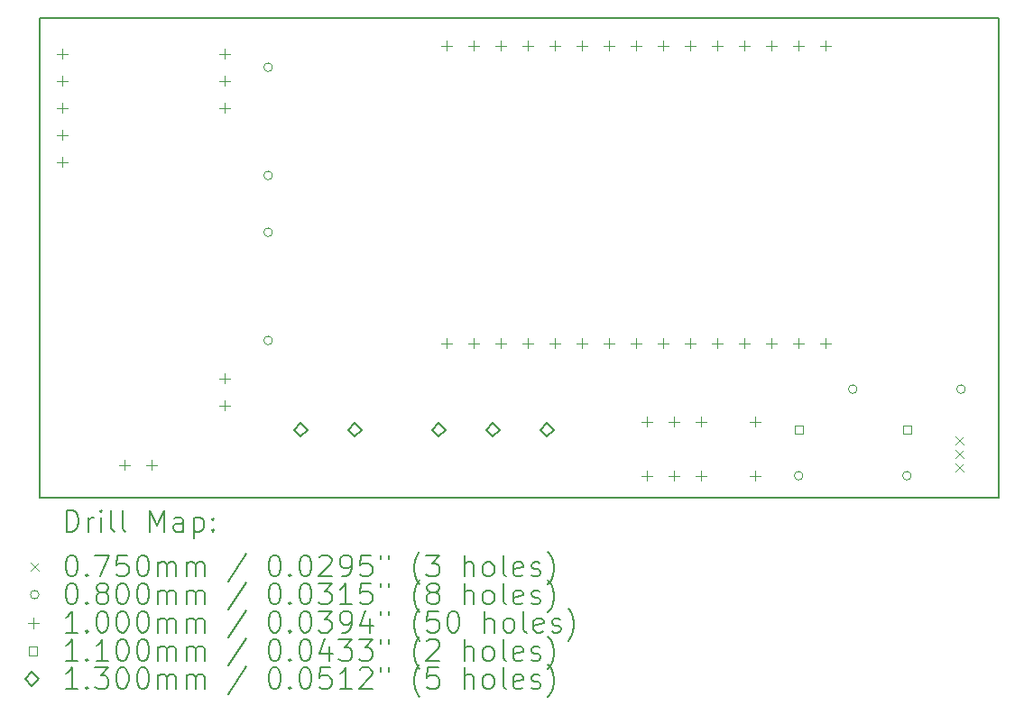
<source format=gbr>
%TF.GenerationSoftware,KiCad,Pcbnew,7.0.11+dfsg-1build4*%
%TF.CreationDate,2025-02-10T19:27:04-07:00*%
%TF.ProjectId,rfid-v2,72666964-2d76-4322-9e6b-696361645f70,rev?*%
%TF.SameCoordinates,Original*%
%TF.FileFunction,Drillmap*%
%TF.FilePolarity,Positive*%
%FSLAX45Y45*%
G04 Gerber Fmt 4.5, Leading zero omitted, Abs format (unit mm)*
G04 Created by KiCad (PCBNEW 7.0.11+dfsg-1build4) date 2025-02-10 19:27:04*
%MOMM*%
%LPD*%
G01*
G04 APERTURE LIST*
%ADD10C,0.200000*%
%ADD11C,0.100000*%
%ADD12C,0.110000*%
%ADD13C,0.130000*%
G04 APERTURE END LIST*
D10*
X10000000Y-5000000D02*
X19000000Y-5000000D01*
X19000000Y-9500000D01*
X10000000Y-9500000D01*
X10000000Y-5000000D01*
D11*
X18591300Y-8928700D02*
X18666300Y-9003700D01*
X18666300Y-8928700D02*
X18591300Y-9003700D01*
X18591300Y-9055700D02*
X18666300Y-9130700D01*
X18666300Y-9055700D02*
X18591300Y-9130700D01*
X18591300Y-9182700D02*
X18666300Y-9257700D01*
X18666300Y-9182700D02*
X18591300Y-9257700D01*
X12181200Y-5461000D02*
G75*
G03*
X12101200Y-5461000I-40000J0D01*
G01*
X12101200Y-5461000D02*
G75*
G03*
X12181200Y-5461000I40000J0D01*
G01*
X12181200Y-6477000D02*
G75*
G03*
X12101200Y-6477000I-40000J0D01*
G01*
X12101200Y-6477000D02*
G75*
G03*
X12181200Y-6477000I40000J0D01*
G01*
X12181200Y-7010400D02*
G75*
G03*
X12101200Y-7010400I-40000J0D01*
G01*
X12101200Y-7010400D02*
G75*
G03*
X12181200Y-7010400I40000J0D01*
G01*
X12181200Y-8026400D02*
G75*
G03*
X12101200Y-8026400I-40000J0D01*
G01*
X12101200Y-8026400D02*
G75*
G03*
X12181200Y-8026400I40000J0D01*
G01*
X17159600Y-9296400D02*
G75*
G03*
X17079600Y-9296400I-40000J0D01*
G01*
X17079600Y-9296400D02*
G75*
G03*
X17159600Y-9296400I40000J0D01*
G01*
X17667600Y-8483600D02*
G75*
G03*
X17587600Y-8483600I-40000J0D01*
G01*
X17587600Y-8483600D02*
G75*
G03*
X17667600Y-8483600I40000J0D01*
G01*
X18175600Y-9296400D02*
G75*
G03*
X18095600Y-9296400I-40000J0D01*
G01*
X18095600Y-9296400D02*
G75*
G03*
X18175600Y-9296400I40000J0D01*
G01*
X18683600Y-8483600D02*
G75*
G03*
X18603600Y-8483600I-40000J0D01*
G01*
X18603600Y-8483600D02*
G75*
G03*
X18683600Y-8483600I40000J0D01*
G01*
X10210800Y-5284000D02*
X10210800Y-5384000D01*
X10160800Y-5334000D02*
X10260800Y-5334000D01*
X10210800Y-5538000D02*
X10210800Y-5638000D01*
X10160800Y-5588000D02*
X10260800Y-5588000D01*
X10210800Y-5792000D02*
X10210800Y-5892000D01*
X10160800Y-5842000D02*
X10260800Y-5842000D01*
X10210800Y-6046000D02*
X10210800Y-6146000D01*
X10160800Y-6096000D02*
X10260800Y-6096000D01*
X10210800Y-6300000D02*
X10210800Y-6400000D01*
X10160800Y-6350000D02*
X10260800Y-6350000D01*
X10795500Y-9144800D02*
X10795500Y-9244800D01*
X10745500Y-9194800D02*
X10845500Y-9194800D01*
X11049500Y-9144800D02*
X11049500Y-9244800D01*
X10999500Y-9194800D02*
X11099500Y-9194800D01*
X11734800Y-5284000D02*
X11734800Y-5384000D01*
X11684800Y-5334000D02*
X11784800Y-5334000D01*
X11734800Y-5538000D02*
X11734800Y-5638000D01*
X11684800Y-5588000D02*
X11784800Y-5588000D01*
X11734800Y-5792000D02*
X11734800Y-5892000D01*
X11684800Y-5842000D02*
X11784800Y-5842000D01*
X11734800Y-8332000D02*
X11734800Y-8432000D01*
X11684800Y-8382000D02*
X11784800Y-8382000D01*
X11734800Y-8586000D02*
X11734800Y-8686000D01*
X11684800Y-8636000D02*
X11784800Y-8636000D01*
X13817600Y-5207800D02*
X13817600Y-5307800D01*
X13767600Y-5257800D02*
X13867600Y-5257800D01*
X13817600Y-8001800D02*
X13817600Y-8101800D01*
X13767600Y-8051800D02*
X13867600Y-8051800D01*
X14071600Y-5207800D02*
X14071600Y-5307800D01*
X14021600Y-5257800D02*
X14121600Y-5257800D01*
X14071600Y-8001800D02*
X14071600Y-8101800D01*
X14021600Y-8051800D02*
X14121600Y-8051800D01*
X14325600Y-5207800D02*
X14325600Y-5307800D01*
X14275600Y-5257800D02*
X14375600Y-5257800D01*
X14325600Y-8001800D02*
X14325600Y-8101800D01*
X14275600Y-8051800D02*
X14375600Y-8051800D01*
X14579600Y-5207800D02*
X14579600Y-5307800D01*
X14529600Y-5257800D02*
X14629600Y-5257800D01*
X14579600Y-8001800D02*
X14579600Y-8101800D01*
X14529600Y-8051800D02*
X14629600Y-8051800D01*
X14833600Y-5207800D02*
X14833600Y-5307800D01*
X14783600Y-5257800D02*
X14883600Y-5257800D01*
X14833600Y-8001800D02*
X14833600Y-8101800D01*
X14783600Y-8051800D02*
X14883600Y-8051800D01*
X15087600Y-5207800D02*
X15087600Y-5307800D01*
X15037600Y-5257800D02*
X15137600Y-5257800D01*
X15087600Y-8001800D02*
X15087600Y-8101800D01*
X15037600Y-8051800D02*
X15137600Y-8051800D01*
X15341600Y-5207800D02*
X15341600Y-5307800D01*
X15291600Y-5257800D02*
X15391600Y-5257800D01*
X15341600Y-8001800D02*
X15341600Y-8101800D01*
X15291600Y-8051800D02*
X15391600Y-8051800D01*
X15595600Y-5207800D02*
X15595600Y-5307800D01*
X15545600Y-5257800D02*
X15645600Y-5257800D01*
X15595600Y-8001800D02*
X15595600Y-8101800D01*
X15545600Y-8051800D02*
X15645600Y-8051800D01*
X15697200Y-8738400D02*
X15697200Y-8838400D01*
X15647200Y-8788400D02*
X15747200Y-8788400D01*
X15697200Y-9246400D02*
X15697200Y-9346400D01*
X15647200Y-9296400D02*
X15747200Y-9296400D01*
X15849600Y-5207800D02*
X15849600Y-5307800D01*
X15799600Y-5257800D02*
X15899600Y-5257800D01*
X15849600Y-8001800D02*
X15849600Y-8101800D01*
X15799600Y-8051800D02*
X15899600Y-8051800D01*
X15951200Y-8738400D02*
X15951200Y-8838400D01*
X15901200Y-8788400D02*
X16001200Y-8788400D01*
X15951200Y-9246400D02*
X15951200Y-9346400D01*
X15901200Y-9296400D02*
X16001200Y-9296400D01*
X16103600Y-5207800D02*
X16103600Y-5307800D01*
X16053600Y-5257800D02*
X16153600Y-5257800D01*
X16103600Y-8001800D02*
X16103600Y-8101800D01*
X16053600Y-8051800D02*
X16153600Y-8051800D01*
X16205200Y-8738400D02*
X16205200Y-8838400D01*
X16155200Y-8788400D02*
X16255200Y-8788400D01*
X16205200Y-9246400D02*
X16205200Y-9346400D01*
X16155200Y-9296400D02*
X16255200Y-9296400D01*
X16357600Y-5207800D02*
X16357600Y-5307800D01*
X16307600Y-5257800D02*
X16407600Y-5257800D01*
X16357600Y-8001800D02*
X16357600Y-8101800D01*
X16307600Y-8051800D02*
X16407600Y-8051800D01*
X16611600Y-5207800D02*
X16611600Y-5307800D01*
X16561600Y-5257800D02*
X16661600Y-5257800D01*
X16611600Y-8001800D02*
X16611600Y-8101800D01*
X16561600Y-8051800D02*
X16661600Y-8051800D01*
X16713200Y-8738400D02*
X16713200Y-8838400D01*
X16663200Y-8788400D02*
X16763200Y-8788400D01*
X16713200Y-9246400D02*
X16713200Y-9346400D01*
X16663200Y-9296400D02*
X16763200Y-9296400D01*
X16865600Y-5207800D02*
X16865600Y-5307800D01*
X16815600Y-5257800D02*
X16915600Y-5257800D01*
X16865600Y-8001800D02*
X16865600Y-8101800D01*
X16815600Y-8051800D02*
X16915600Y-8051800D01*
X17119600Y-5207800D02*
X17119600Y-5307800D01*
X17069600Y-5257800D02*
X17169600Y-5257800D01*
X17119600Y-8001800D02*
X17119600Y-8101800D01*
X17069600Y-8051800D02*
X17169600Y-8051800D01*
X17373600Y-5207800D02*
X17373600Y-5307800D01*
X17323600Y-5257800D02*
X17423600Y-5257800D01*
X17373600Y-8001800D02*
X17373600Y-8101800D01*
X17323600Y-8051800D02*
X17423600Y-8051800D01*
D12*
X17158491Y-8903491D02*
X17158491Y-8825709D01*
X17080709Y-8825709D01*
X17080709Y-8903491D01*
X17158491Y-8903491D01*
X18174491Y-8903491D02*
X18174491Y-8825709D01*
X18096709Y-8825709D01*
X18096709Y-8903491D01*
X18174491Y-8903491D01*
D13*
X12446000Y-8929600D02*
X12511000Y-8864600D01*
X12446000Y-8799600D01*
X12381000Y-8864600D01*
X12446000Y-8929600D01*
X12954000Y-8929600D02*
X13019000Y-8864600D01*
X12954000Y-8799600D01*
X12889000Y-8864600D01*
X12954000Y-8929600D01*
X13741400Y-8929600D02*
X13806400Y-8864600D01*
X13741400Y-8799600D01*
X13676400Y-8864600D01*
X13741400Y-8929600D01*
X14249400Y-8929600D02*
X14314400Y-8864600D01*
X14249400Y-8799600D01*
X14184400Y-8864600D01*
X14249400Y-8929600D01*
X14757400Y-8929600D02*
X14822400Y-8864600D01*
X14757400Y-8799600D01*
X14692400Y-8864600D01*
X14757400Y-8929600D01*
D10*
X10250777Y-9821484D02*
X10250777Y-9621484D01*
X10250777Y-9621484D02*
X10298396Y-9621484D01*
X10298396Y-9621484D02*
X10326967Y-9631008D01*
X10326967Y-9631008D02*
X10346015Y-9650055D01*
X10346015Y-9650055D02*
X10355539Y-9669103D01*
X10355539Y-9669103D02*
X10365063Y-9707198D01*
X10365063Y-9707198D02*
X10365063Y-9735770D01*
X10365063Y-9735770D02*
X10355539Y-9773865D01*
X10355539Y-9773865D02*
X10346015Y-9792912D01*
X10346015Y-9792912D02*
X10326967Y-9811960D01*
X10326967Y-9811960D02*
X10298396Y-9821484D01*
X10298396Y-9821484D02*
X10250777Y-9821484D01*
X10450777Y-9821484D02*
X10450777Y-9688150D01*
X10450777Y-9726246D02*
X10460301Y-9707198D01*
X10460301Y-9707198D02*
X10469824Y-9697674D01*
X10469824Y-9697674D02*
X10488872Y-9688150D01*
X10488872Y-9688150D02*
X10507920Y-9688150D01*
X10574586Y-9821484D02*
X10574586Y-9688150D01*
X10574586Y-9621484D02*
X10565063Y-9631008D01*
X10565063Y-9631008D02*
X10574586Y-9640531D01*
X10574586Y-9640531D02*
X10584110Y-9631008D01*
X10584110Y-9631008D02*
X10574586Y-9621484D01*
X10574586Y-9621484D02*
X10574586Y-9640531D01*
X10698396Y-9821484D02*
X10679348Y-9811960D01*
X10679348Y-9811960D02*
X10669824Y-9792912D01*
X10669824Y-9792912D02*
X10669824Y-9621484D01*
X10803158Y-9821484D02*
X10784110Y-9811960D01*
X10784110Y-9811960D02*
X10774586Y-9792912D01*
X10774586Y-9792912D02*
X10774586Y-9621484D01*
X11031729Y-9821484D02*
X11031729Y-9621484D01*
X11031729Y-9621484D02*
X11098396Y-9764341D01*
X11098396Y-9764341D02*
X11165063Y-9621484D01*
X11165063Y-9621484D02*
X11165063Y-9821484D01*
X11346015Y-9821484D02*
X11346015Y-9716722D01*
X11346015Y-9716722D02*
X11336491Y-9697674D01*
X11336491Y-9697674D02*
X11317443Y-9688150D01*
X11317443Y-9688150D02*
X11279348Y-9688150D01*
X11279348Y-9688150D02*
X11260301Y-9697674D01*
X11346015Y-9811960D02*
X11326967Y-9821484D01*
X11326967Y-9821484D02*
X11279348Y-9821484D01*
X11279348Y-9821484D02*
X11260301Y-9811960D01*
X11260301Y-9811960D02*
X11250777Y-9792912D01*
X11250777Y-9792912D02*
X11250777Y-9773865D01*
X11250777Y-9773865D02*
X11260301Y-9754817D01*
X11260301Y-9754817D02*
X11279348Y-9745293D01*
X11279348Y-9745293D02*
X11326967Y-9745293D01*
X11326967Y-9745293D02*
X11346015Y-9735770D01*
X11441253Y-9688150D02*
X11441253Y-9888150D01*
X11441253Y-9697674D02*
X11460301Y-9688150D01*
X11460301Y-9688150D02*
X11498396Y-9688150D01*
X11498396Y-9688150D02*
X11517443Y-9697674D01*
X11517443Y-9697674D02*
X11526967Y-9707198D01*
X11526967Y-9707198D02*
X11536491Y-9726246D01*
X11536491Y-9726246D02*
X11536491Y-9783389D01*
X11536491Y-9783389D02*
X11526967Y-9802436D01*
X11526967Y-9802436D02*
X11517443Y-9811960D01*
X11517443Y-9811960D02*
X11498396Y-9821484D01*
X11498396Y-9821484D02*
X11460301Y-9821484D01*
X11460301Y-9821484D02*
X11441253Y-9811960D01*
X11622205Y-9802436D02*
X11631729Y-9811960D01*
X11631729Y-9811960D02*
X11622205Y-9821484D01*
X11622205Y-9821484D02*
X11612682Y-9811960D01*
X11612682Y-9811960D02*
X11622205Y-9802436D01*
X11622205Y-9802436D02*
X11622205Y-9821484D01*
X11622205Y-9697674D02*
X11631729Y-9707198D01*
X11631729Y-9707198D02*
X11622205Y-9716722D01*
X11622205Y-9716722D02*
X11612682Y-9707198D01*
X11612682Y-9707198D02*
X11622205Y-9697674D01*
X11622205Y-9697674D02*
X11622205Y-9716722D01*
D11*
X9915000Y-10112500D02*
X9990000Y-10187500D01*
X9990000Y-10112500D02*
X9915000Y-10187500D01*
D10*
X10288872Y-10041484D02*
X10307920Y-10041484D01*
X10307920Y-10041484D02*
X10326967Y-10051008D01*
X10326967Y-10051008D02*
X10336491Y-10060531D01*
X10336491Y-10060531D02*
X10346015Y-10079579D01*
X10346015Y-10079579D02*
X10355539Y-10117674D01*
X10355539Y-10117674D02*
X10355539Y-10165293D01*
X10355539Y-10165293D02*
X10346015Y-10203389D01*
X10346015Y-10203389D02*
X10336491Y-10222436D01*
X10336491Y-10222436D02*
X10326967Y-10231960D01*
X10326967Y-10231960D02*
X10307920Y-10241484D01*
X10307920Y-10241484D02*
X10288872Y-10241484D01*
X10288872Y-10241484D02*
X10269824Y-10231960D01*
X10269824Y-10231960D02*
X10260301Y-10222436D01*
X10260301Y-10222436D02*
X10250777Y-10203389D01*
X10250777Y-10203389D02*
X10241253Y-10165293D01*
X10241253Y-10165293D02*
X10241253Y-10117674D01*
X10241253Y-10117674D02*
X10250777Y-10079579D01*
X10250777Y-10079579D02*
X10260301Y-10060531D01*
X10260301Y-10060531D02*
X10269824Y-10051008D01*
X10269824Y-10051008D02*
X10288872Y-10041484D01*
X10441253Y-10222436D02*
X10450777Y-10231960D01*
X10450777Y-10231960D02*
X10441253Y-10241484D01*
X10441253Y-10241484D02*
X10431729Y-10231960D01*
X10431729Y-10231960D02*
X10441253Y-10222436D01*
X10441253Y-10222436D02*
X10441253Y-10241484D01*
X10517444Y-10041484D02*
X10650777Y-10041484D01*
X10650777Y-10041484D02*
X10565063Y-10241484D01*
X10822205Y-10041484D02*
X10726967Y-10041484D01*
X10726967Y-10041484D02*
X10717444Y-10136722D01*
X10717444Y-10136722D02*
X10726967Y-10127198D01*
X10726967Y-10127198D02*
X10746015Y-10117674D01*
X10746015Y-10117674D02*
X10793634Y-10117674D01*
X10793634Y-10117674D02*
X10812682Y-10127198D01*
X10812682Y-10127198D02*
X10822205Y-10136722D01*
X10822205Y-10136722D02*
X10831729Y-10155770D01*
X10831729Y-10155770D02*
X10831729Y-10203389D01*
X10831729Y-10203389D02*
X10822205Y-10222436D01*
X10822205Y-10222436D02*
X10812682Y-10231960D01*
X10812682Y-10231960D02*
X10793634Y-10241484D01*
X10793634Y-10241484D02*
X10746015Y-10241484D01*
X10746015Y-10241484D02*
X10726967Y-10231960D01*
X10726967Y-10231960D02*
X10717444Y-10222436D01*
X10955539Y-10041484D02*
X10974586Y-10041484D01*
X10974586Y-10041484D02*
X10993634Y-10051008D01*
X10993634Y-10051008D02*
X11003158Y-10060531D01*
X11003158Y-10060531D02*
X11012682Y-10079579D01*
X11012682Y-10079579D02*
X11022205Y-10117674D01*
X11022205Y-10117674D02*
X11022205Y-10165293D01*
X11022205Y-10165293D02*
X11012682Y-10203389D01*
X11012682Y-10203389D02*
X11003158Y-10222436D01*
X11003158Y-10222436D02*
X10993634Y-10231960D01*
X10993634Y-10231960D02*
X10974586Y-10241484D01*
X10974586Y-10241484D02*
X10955539Y-10241484D01*
X10955539Y-10241484D02*
X10936491Y-10231960D01*
X10936491Y-10231960D02*
X10926967Y-10222436D01*
X10926967Y-10222436D02*
X10917444Y-10203389D01*
X10917444Y-10203389D02*
X10907920Y-10165293D01*
X10907920Y-10165293D02*
X10907920Y-10117674D01*
X10907920Y-10117674D02*
X10917444Y-10079579D01*
X10917444Y-10079579D02*
X10926967Y-10060531D01*
X10926967Y-10060531D02*
X10936491Y-10051008D01*
X10936491Y-10051008D02*
X10955539Y-10041484D01*
X11107920Y-10241484D02*
X11107920Y-10108150D01*
X11107920Y-10127198D02*
X11117444Y-10117674D01*
X11117444Y-10117674D02*
X11136491Y-10108150D01*
X11136491Y-10108150D02*
X11165063Y-10108150D01*
X11165063Y-10108150D02*
X11184110Y-10117674D01*
X11184110Y-10117674D02*
X11193634Y-10136722D01*
X11193634Y-10136722D02*
X11193634Y-10241484D01*
X11193634Y-10136722D02*
X11203158Y-10117674D01*
X11203158Y-10117674D02*
X11222205Y-10108150D01*
X11222205Y-10108150D02*
X11250777Y-10108150D01*
X11250777Y-10108150D02*
X11269824Y-10117674D01*
X11269824Y-10117674D02*
X11279348Y-10136722D01*
X11279348Y-10136722D02*
X11279348Y-10241484D01*
X11374586Y-10241484D02*
X11374586Y-10108150D01*
X11374586Y-10127198D02*
X11384110Y-10117674D01*
X11384110Y-10117674D02*
X11403158Y-10108150D01*
X11403158Y-10108150D02*
X11431729Y-10108150D01*
X11431729Y-10108150D02*
X11450777Y-10117674D01*
X11450777Y-10117674D02*
X11460301Y-10136722D01*
X11460301Y-10136722D02*
X11460301Y-10241484D01*
X11460301Y-10136722D02*
X11469824Y-10117674D01*
X11469824Y-10117674D02*
X11488872Y-10108150D01*
X11488872Y-10108150D02*
X11517443Y-10108150D01*
X11517443Y-10108150D02*
X11536491Y-10117674D01*
X11536491Y-10117674D02*
X11546015Y-10136722D01*
X11546015Y-10136722D02*
X11546015Y-10241484D01*
X11936491Y-10031960D02*
X11765063Y-10289103D01*
X12193634Y-10041484D02*
X12212682Y-10041484D01*
X12212682Y-10041484D02*
X12231729Y-10051008D01*
X12231729Y-10051008D02*
X12241253Y-10060531D01*
X12241253Y-10060531D02*
X12250777Y-10079579D01*
X12250777Y-10079579D02*
X12260301Y-10117674D01*
X12260301Y-10117674D02*
X12260301Y-10165293D01*
X12260301Y-10165293D02*
X12250777Y-10203389D01*
X12250777Y-10203389D02*
X12241253Y-10222436D01*
X12241253Y-10222436D02*
X12231729Y-10231960D01*
X12231729Y-10231960D02*
X12212682Y-10241484D01*
X12212682Y-10241484D02*
X12193634Y-10241484D01*
X12193634Y-10241484D02*
X12174586Y-10231960D01*
X12174586Y-10231960D02*
X12165063Y-10222436D01*
X12165063Y-10222436D02*
X12155539Y-10203389D01*
X12155539Y-10203389D02*
X12146015Y-10165293D01*
X12146015Y-10165293D02*
X12146015Y-10117674D01*
X12146015Y-10117674D02*
X12155539Y-10079579D01*
X12155539Y-10079579D02*
X12165063Y-10060531D01*
X12165063Y-10060531D02*
X12174586Y-10051008D01*
X12174586Y-10051008D02*
X12193634Y-10041484D01*
X12346015Y-10222436D02*
X12355539Y-10231960D01*
X12355539Y-10231960D02*
X12346015Y-10241484D01*
X12346015Y-10241484D02*
X12336491Y-10231960D01*
X12336491Y-10231960D02*
X12346015Y-10222436D01*
X12346015Y-10222436D02*
X12346015Y-10241484D01*
X12479348Y-10041484D02*
X12498396Y-10041484D01*
X12498396Y-10041484D02*
X12517444Y-10051008D01*
X12517444Y-10051008D02*
X12526967Y-10060531D01*
X12526967Y-10060531D02*
X12536491Y-10079579D01*
X12536491Y-10079579D02*
X12546015Y-10117674D01*
X12546015Y-10117674D02*
X12546015Y-10165293D01*
X12546015Y-10165293D02*
X12536491Y-10203389D01*
X12536491Y-10203389D02*
X12526967Y-10222436D01*
X12526967Y-10222436D02*
X12517444Y-10231960D01*
X12517444Y-10231960D02*
X12498396Y-10241484D01*
X12498396Y-10241484D02*
X12479348Y-10241484D01*
X12479348Y-10241484D02*
X12460301Y-10231960D01*
X12460301Y-10231960D02*
X12450777Y-10222436D01*
X12450777Y-10222436D02*
X12441253Y-10203389D01*
X12441253Y-10203389D02*
X12431729Y-10165293D01*
X12431729Y-10165293D02*
X12431729Y-10117674D01*
X12431729Y-10117674D02*
X12441253Y-10079579D01*
X12441253Y-10079579D02*
X12450777Y-10060531D01*
X12450777Y-10060531D02*
X12460301Y-10051008D01*
X12460301Y-10051008D02*
X12479348Y-10041484D01*
X12622206Y-10060531D02*
X12631729Y-10051008D01*
X12631729Y-10051008D02*
X12650777Y-10041484D01*
X12650777Y-10041484D02*
X12698396Y-10041484D01*
X12698396Y-10041484D02*
X12717444Y-10051008D01*
X12717444Y-10051008D02*
X12726967Y-10060531D01*
X12726967Y-10060531D02*
X12736491Y-10079579D01*
X12736491Y-10079579D02*
X12736491Y-10098627D01*
X12736491Y-10098627D02*
X12726967Y-10127198D01*
X12726967Y-10127198D02*
X12612682Y-10241484D01*
X12612682Y-10241484D02*
X12736491Y-10241484D01*
X12831729Y-10241484D02*
X12869825Y-10241484D01*
X12869825Y-10241484D02*
X12888872Y-10231960D01*
X12888872Y-10231960D02*
X12898396Y-10222436D01*
X12898396Y-10222436D02*
X12917444Y-10193865D01*
X12917444Y-10193865D02*
X12926967Y-10155770D01*
X12926967Y-10155770D02*
X12926967Y-10079579D01*
X12926967Y-10079579D02*
X12917444Y-10060531D01*
X12917444Y-10060531D02*
X12907920Y-10051008D01*
X12907920Y-10051008D02*
X12888872Y-10041484D01*
X12888872Y-10041484D02*
X12850777Y-10041484D01*
X12850777Y-10041484D02*
X12831729Y-10051008D01*
X12831729Y-10051008D02*
X12822206Y-10060531D01*
X12822206Y-10060531D02*
X12812682Y-10079579D01*
X12812682Y-10079579D02*
X12812682Y-10127198D01*
X12812682Y-10127198D02*
X12822206Y-10146246D01*
X12822206Y-10146246D02*
X12831729Y-10155770D01*
X12831729Y-10155770D02*
X12850777Y-10165293D01*
X12850777Y-10165293D02*
X12888872Y-10165293D01*
X12888872Y-10165293D02*
X12907920Y-10155770D01*
X12907920Y-10155770D02*
X12917444Y-10146246D01*
X12917444Y-10146246D02*
X12926967Y-10127198D01*
X13107920Y-10041484D02*
X13012682Y-10041484D01*
X13012682Y-10041484D02*
X13003158Y-10136722D01*
X13003158Y-10136722D02*
X13012682Y-10127198D01*
X13012682Y-10127198D02*
X13031729Y-10117674D01*
X13031729Y-10117674D02*
X13079348Y-10117674D01*
X13079348Y-10117674D02*
X13098396Y-10127198D01*
X13098396Y-10127198D02*
X13107920Y-10136722D01*
X13107920Y-10136722D02*
X13117444Y-10155770D01*
X13117444Y-10155770D02*
X13117444Y-10203389D01*
X13117444Y-10203389D02*
X13107920Y-10222436D01*
X13107920Y-10222436D02*
X13098396Y-10231960D01*
X13098396Y-10231960D02*
X13079348Y-10241484D01*
X13079348Y-10241484D02*
X13031729Y-10241484D01*
X13031729Y-10241484D02*
X13012682Y-10231960D01*
X13012682Y-10231960D02*
X13003158Y-10222436D01*
X13193634Y-10041484D02*
X13193634Y-10079579D01*
X13269825Y-10041484D02*
X13269825Y-10079579D01*
X13565063Y-10317674D02*
X13555539Y-10308150D01*
X13555539Y-10308150D02*
X13536491Y-10279579D01*
X13536491Y-10279579D02*
X13526968Y-10260531D01*
X13526968Y-10260531D02*
X13517444Y-10231960D01*
X13517444Y-10231960D02*
X13507920Y-10184341D01*
X13507920Y-10184341D02*
X13507920Y-10146246D01*
X13507920Y-10146246D02*
X13517444Y-10098627D01*
X13517444Y-10098627D02*
X13526968Y-10070055D01*
X13526968Y-10070055D02*
X13536491Y-10051008D01*
X13536491Y-10051008D02*
X13555539Y-10022436D01*
X13555539Y-10022436D02*
X13565063Y-10012912D01*
X13622206Y-10041484D02*
X13746015Y-10041484D01*
X13746015Y-10041484D02*
X13679348Y-10117674D01*
X13679348Y-10117674D02*
X13707920Y-10117674D01*
X13707920Y-10117674D02*
X13726968Y-10127198D01*
X13726968Y-10127198D02*
X13736491Y-10136722D01*
X13736491Y-10136722D02*
X13746015Y-10155770D01*
X13746015Y-10155770D02*
X13746015Y-10203389D01*
X13746015Y-10203389D02*
X13736491Y-10222436D01*
X13736491Y-10222436D02*
X13726968Y-10231960D01*
X13726968Y-10231960D02*
X13707920Y-10241484D01*
X13707920Y-10241484D02*
X13650777Y-10241484D01*
X13650777Y-10241484D02*
X13631729Y-10231960D01*
X13631729Y-10231960D02*
X13622206Y-10222436D01*
X13984110Y-10241484D02*
X13984110Y-10041484D01*
X14069825Y-10241484D02*
X14069825Y-10136722D01*
X14069825Y-10136722D02*
X14060301Y-10117674D01*
X14060301Y-10117674D02*
X14041253Y-10108150D01*
X14041253Y-10108150D02*
X14012682Y-10108150D01*
X14012682Y-10108150D02*
X13993634Y-10117674D01*
X13993634Y-10117674D02*
X13984110Y-10127198D01*
X14193634Y-10241484D02*
X14174587Y-10231960D01*
X14174587Y-10231960D02*
X14165063Y-10222436D01*
X14165063Y-10222436D02*
X14155539Y-10203389D01*
X14155539Y-10203389D02*
X14155539Y-10146246D01*
X14155539Y-10146246D02*
X14165063Y-10127198D01*
X14165063Y-10127198D02*
X14174587Y-10117674D01*
X14174587Y-10117674D02*
X14193634Y-10108150D01*
X14193634Y-10108150D02*
X14222206Y-10108150D01*
X14222206Y-10108150D02*
X14241253Y-10117674D01*
X14241253Y-10117674D02*
X14250777Y-10127198D01*
X14250777Y-10127198D02*
X14260301Y-10146246D01*
X14260301Y-10146246D02*
X14260301Y-10203389D01*
X14260301Y-10203389D02*
X14250777Y-10222436D01*
X14250777Y-10222436D02*
X14241253Y-10231960D01*
X14241253Y-10231960D02*
X14222206Y-10241484D01*
X14222206Y-10241484D02*
X14193634Y-10241484D01*
X14374587Y-10241484D02*
X14355539Y-10231960D01*
X14355539Y-10231960D02*
X14346015Y-10212912D01*
X14346015Y-10212912D02*
X14346015Y-10041484D01*
X14526968Y-10231960D02*
X14507920Y-10241484D01*
X14507920Y-10241484D02*
X14469825Y-10241484D01*
X14469825Y-10241484D02*
X14450777Y-10231960D01*
X14450777Y-10231960D02*
X14441253Y-10212912D01*
X14441253Y-10212912D02*
X14441253Y-10136722D01*
X14441253Y-10136722D02*
X14450777Y-10117674D01*
X14450777Y-10117674D02*
X14469825Y-10108150D01*
X14469825Y-10108150D02*
X14507920Y-10108150D01*
X14507920Y-10108150D02*
X14526968Y-10117674D01*
X14526968Y-10117674D02*
X14536491Y-10136722D01*
X14536491Y-10136722D02*
X14536491Y-10155770D01*
X14536491Y-10155770D02*
X14441253Y-10174817D01*
X14612682Y-10231960D02*
X14631730Y-10241484D01*
X14631730Y-10241484D02*
X14669825Y-10241484D01*
X14669825Y-10241484D02*
X14688872Y-10231960D01*
X14688872Y-10231960D02*
X14698396Y-10212912D01*
X14698396Y-10212912D02*
X14698396Y-10203389D01*
X14698396Y-10203389D02*
X14688872Y-10184341D01*
X14688872Y-10184341D02*
X14669825Y-10174817D01*
X14669825Y-10174817D02*
X14641253Y-10174817D01*
X14641253Y-10174817D02*
X14622206Y-10165293D01*
X14622206Y-10165293D02*
X14612682Y-10146246D01*
X14612682Y-10146246D02*
X14612682Y-10136722D01*
X14612682Y-10136722D02*
X14622206Y-10117674D01*
X14622206Y-10117674D02*
X14641253Y-10108150D01*
X14641253Y-10108150D02*
X14669825Y-10108150D01*
X14669825Y-10108150D02*
X14688872Y-10117674D01*
X14765063Y-10317674D02*
X14774587Y-10308150D01*
X14774587Y-10308150D02*
X14793634Y-10279579D01*
X14793634Y-10279579D02*
X14803158Y-10260531D01*
X14803158Y-10260531D02*
X14812682Y-10231960D01*
X14812682Y-10231960D02*
X14822206Y-10184341D01*
X14822206Y-10184341D02*
X14822206Y-10146246D01*
X14822206Y-10146246D02*
X14812682Y-10098627D01*
X14812682Y-10098627D02*
X14803158Y-10070055D01*
X14803158Y-10070055D02*
X14793634Y-10051008D01*
X14793634Y-10051008D02*
X14774587Y-10022436D01*
X14774587Y-10022436D02*
X14765063Y-10012912D01*
D11*
X9990000Y-10414000D02*
G75*
G03*
X9910000Y-10414000I-40000J0D01*
G01*
X9910000Y-10414000D02*
G75*
G03*
X9990000Y-10414000I40000J0D01*
G01*
D10*
X10288872Y-10305484D02*
X10307920Y-10305484D01*
X10307920Y-10305484D02*
X10326967Y-10315008D01*
X10326967Y-10315008D02*
X10336491Y-10324531D01*
X10336491Y-10324531D02*
X10346015Y-10343579D01*
X10346015Y-10343579D02*
X10355539Y-10381674D01*
X10355539Y-10381674D02*
X10355539Y-10429293D01*
X10355539Y-10429293D02*
X10346015Y-10467389D01*
X10346015Y-10467389D02*
X10336491Y-10486436D01*
X10336491Y-10486436D02*
X10326967Y-10495960D01*
X10326967Y-10495960D02*
X10307920Y-10505484D01*
X10307920Y-10505484D02*
X10288872Y-10505484D01*
X10288872Y-10505484D02*
X10269824Y-10495960D01*
X10269824Y-10495960D02*
X10260301Y-10486436D01*
X10260301Y-10486436D02*
X10250777Y-10467389D01*
X10250777Y-10467389D02*
X10241253Y-10429293D01*
X10241253Y-10429293D02*
X10241253Y-10381674D01*
X10241253Y-10381674D02*
X10250777Y-10343579D01*
X10250777Y-10343579D02*
X10260301Y-10324531D01*
X10260301Y-10324531D02*
X10269824Y-10315008D01*
X10269824Y-10315008D02*
X10288872Y-10305484D01*
X10441253Y-10486436D02*
X10450777Y-10495960D01*
X10450777Y-10495960D02*
X10441253Y-10505484D01*
X10441253Y-10505484D02*
X10431729Y-10495960D01*
X10431729Y-10495960D02*
X10441253Y-10486436D01*
X10441253Y-10486436D02*
X10441253Y-10505484D01*
X10565063Y-10391198D02*
X10546015Y-10381674D01*
X10546015Y-10381674D02*
X10536491Y-10372150D01*
X10536491Y-10372150D02*
X10526967Y-10353103D01*
X10526967Y-10353103D02*
X10526967Y-10343579D01*
X10526967Y-10343579D02*
X10536491Y-10324531D01*
X10536491Y-10324531D02*
X10546015Y-10315008D01*
X10546015Y-10315008D02*
X10565063Y-10305484D01*
X10565063Y-10305484D02*
X10603158Y-10305484D01*
X10603158Y-10305484D02*
X10622205Y-10315008D01*
X10622205Y-10315008D02*
X10631729Y-10324531D01*
X10631729Y-10324531D02*
X10641253Y-10343579D01*
X10641253Y-10343579D02*
X10641253Y-10353103D01*
X10641253Y-10353103D02*
X10631729Y-10372150D01*
X10631729Y-10372150D02*
X10622205Y-10381674D01*
X10622205Y-10381674D02*
X10603158Y-10391198D01*
X10603158Y-10391198D02*
X10565063Y-10391198D01*
X10565063Y-10391198D02*
X10546015Y-10400722D01*
X10546015Y-10400722D02*
X10536491Y-10410246D01*
X10536491Y-10410246D02*
X10526967Y-10429293D01*
X10526967Y-10429293D02*
X10526967Y-10467389D01*
X10526967Y-10467389D02*
X10536491Y-10486436D01*
X10536491Y-10486436D02*
X10546015Y-10495960D01*
X10546015Y-10495960D02*
X10565063Y-10505484D01*
X10565063Y-10505484D02*
X10603158Y-10505484D01*
X10603158Y-10505484D02*
X10622205Y-10495960D01*
X10622205Y-10495960D02*
X10631729Y-10486436D01*
X10631729Y-10486436D02*
X10641253Y-10467389D01*
X10641253Y-10467389D02*
X10641253Y-10429293D01*
X10641253Y-10429293D02*
X10631729Y-10410246D01*
X10631729Y-10410246D02*
X10622205Y-10400722D01*
X10622205Y-10400722D02*
X10603158Y-10391198D01*
X10765063Y-10305484D02*
X10784110Y-10305484D01*
X10784110Y-10305484D02*
X10803158Y-10315008D01*
X10803158Y-10315008D02*
X10812682Y-10324531D01*
X10812682Y-10324531D02*
X10822205Y-10343579D01*
X10822205Y-10343579D02*
X10831729Y-10381674D01*
X10831729Y-10381674D02*
X10831729Y-10429293D01*
X10831729Y-10429293D02*
X10822205Y-10467389D01*
X10822205Y-10467389D02*
X10812682Y-10486436D01*
X10812682Y-10486436D02*
X10803158Y-10495960D01*
X10803158Y-10495960D02*
X10784110Y-10505484D01*
X10784110Y-10505484D02*
X10765063Y-10505484D01*
X10765063Y-10505484D02*
X10746015Y-10495960D01*
X10746015Y-10495960D02*
X10736491Y-10486436D01*
X10736491Y-10486436D02*
X10726967Y-10467389D01*
X10726967Y-10467389D02*
X10717444Y-10429293D01*
X10717444Y-10429293D02*
X10717444Y-10381674D01*
X10717444Y-10381674D02*
X10726967Y-10343579D01*
X10726967Y-10343579D02*
X10736491Y-10324531D01*
X10736491Y-10324531D02*
X10746015Y-10315008D01*
X10746015Y-10315008D02*
X10765063Y-10305484D01*
X10955539Y-10305484D02*
X10974586Y-10305484D01*
X10974586Y-10305484D02*
X10993634Y-10315008D01*
X10993634Y-10315008D02*
X11003158Y-10324531D01*
X11003158Y-10324531D02*
X11012682Y-10343579D01*
X11012682Y-10343579D02*
X11022205Y-10381674D01*
X11022205Y-10381674D02*
X11022205Y-10429293D01*
X11022205Y-10429293D02*
X11012682Y-10467389D01*
X11012682Y-10467389D02*
X11003158Y-10486436D01*
X11003158Y-10486436D02*
X10993634Y-10495960D01*
X10993634Y-10495960D02*
X10974586Y-10505484D01*
X10974586Y-10505484D02*
X10955539Y-10505484D01*
X10955539Y-10505484D02*
X10936491Y-10495960D01*
X10936491Y-10495960D02*
X10926967Y-10486436D01*
X10926967Y-10486436D02*
X10917444Y-10467389D01*
X10917444Y-10467389D02*
X10907920Y-10429293D01*
X10907920Y-10429293D02*
X10907920Y-10381674D01*
X10907920Y-10381674D02*
X10917444Y-10343579D01*
X10917444Y-10343579D02*
X10926967Y-10324531D01*
X10926967Y-10324531D02*
X10936491Y-10315008D01*
X10936491Y-10315008D02*
X10955539Y-10305484D01*
X11107920Y-10505484D02*
X11107920Y-10372150D01*
X11107920Y-10391198D02*
X11117444Y-10381674D01*
X11117444Y-10381674D02*
X11136491Y-10372150D01*
X11136491Y-10372150D02*
X11165063Y-10372150D01*
X11165063Y-10372150D02*
X11184110Y-10381674D01*
X11184110Y-10381674D02*
X11193634Y-10400722D01*
X11193634Y-10400722D02*
X11193634Y-10505484D01*
X11193634Y-10400722D02*
X11203158Y-10381674D01*
X11203158Y-10381674D02*
X11222205Y-10372150D01*
X11222205Y-10372150D02*
X11250777Y-10372150D01*
X11250777Y-10372150D02*
X11269824Y-10381674D01*
X11269824Y-10381674D02*
X11279348Y-10400722D01*
X11279348Y-10400722D02*
X11279348Y-10505484D01*
X11374586Y-10505484D02*
X11374586Y-10372150D01*
X11374586Y-10391198D02*
X11384110Y-10381674D01*
X11384110Y-10381674D02*
X11403158Y-10372150D01*
X11403158Y-10372150D02*
X11431729Y-10372150D01*
X11431729Y-10372150D02*
X11450777Y-10381674D01*
X11450777Y-10381674D02*
X11460301Y-10400722D01*
X11460301Y-10400722D02*
X11460301Y-10505484D01*
X11460301Y-10400722D02*
X11469824Y-10381674D01*
X11469824Y-10381674D02*
X11488872Y-10372150D01*
X11488872Y-10372150D02*
X11517443Y-10372150D01*
X11517443Y-10372150D02*
X11536491Y-10381674D01*
X11536491Y-10381674D02*
X11546015Y-10400722D01*
X11546015Y-10400722D02*
X11546015Y-10505484D01*
X11936491Y-10295960D02*
X11765063Y-10553103D01*
X12193634Y-10305484D02*
X12212682Y-10305484D01*
X12212682Y-10305484D02*
X12231729Y-10315008D01*
X12231729Y-10315008D02*
X12241253Y-10324531D01*
X12241253Y-10324531D02*
X12250777Y-10343579D01*
X12250777Y-10343579D02*
X12260301Y-10381674D01*
X12260301Y-10381674D02*
X12260301Y-10429293D01*
X12260301Y-10429293D02*
X12250777Y-10467389D01*
X12250777Y-10467389D02*
X12241253Y-10486436D01*
X12241253Y-10486436D02*
X12231729Y-10495960D01*
X12231729Y-10495960D02*
X12212682Y-10505484D01*
X12212682Y-10505484D02*
X12193634Y-10505484D01*
X12193634Y-10505484D02*
X12174586Y-10495960D01*
X12174586Y-10495960D02*
X12165063Y-10486436D01*
X12165063Y-10486436D02*
X12155539Y-10467389D01*
X12155539Y-10467389D02*
X12146015Y-10429293D01*
X12146015Y-10429293D02*
X12146015Y-10381674D01*
X12146015Y-10381674D02*
X12155539Y-10343579D01*
X12155539Y-10343579D02*
X12165063Y-10324531D01*
X12165063Y-10324531D02*
X12174586Y-10315008D01*
X12174586Y-10315008D02*
X12193634Y-10305484D01*
X12346015Y-10486436D02*
X12355539Y-10495960D01*
X12355539Y-10495960D02*
X12346015Y-10505484D01*
X12346015Y-10505484D02*
X12336491Y-10495960D01*
X12336491Y-10495960D02*
X12346015Y-10486436D01*
X12346015Y-10486436D02*
X12346015Y-10505484D01*
X12479348Y-10305484D02*
X12498396Y-10305484D01*
X12498396Y-10305484D02*
X12517444Y-10315008D01*
X12517444Y-10315008D02*
X12526967Y-10324531D01*
X12526967Y-10324531D02*
X12536491Y-10343579D01*
X12536491Y-10343579D02*
X12546015Y-10381674D01*
X12546015Y-10381674D02*
X12546015Y-10429293D01*
X12546015Y-10429293D02*
X12536491Y-10467389D01*
X12536491Y-10467389D02*
X12526967Y-10486436D01*
X12526967Y-10486436D02*
X12517444Y-10495960D01*
X12517444Y-10495960D02*
X12498396Y-10505484D01*
X12498396Y-10505484D02*
X12479348Y-10505484D01*
X12479348Y-10505484D02*
X12460301Y-10495960D01*
X12460301Y-10495960D02*
X12450777Y-10486436D01*
X12450777Y-10486436D02*
X12441253Y-10467389D01*
X12441253Y-10467389D02*
X12431729Y-10429293D01*
X12431729Y-10429293D02*
X12431729Y-10381674D01*
X12431729Y-10381674D02*
X12441253Y-10343579D01*
X12441253Y-10343579D02*
X12450777Y-10324531D01*
X12450777Y-10324531D02*
X12460301Y-10315008D01*
X12460301Y-10315008D02*
X12479348Y-10305484D01*
X12612682Y-10305484D02*
X12736491Y-10305484D01*
X12736491Y-10305484D02*
X12669825Y-10381674D01*
X12669825Y-10381674D02*
X12698396Y-10381674D01*
X12698396Y-10381674D02*
X12717444Y-10391198D01*
X12717444Y-10391198D02*
X12726967Y-10400722D01*
X12726967Y-10400722D02*
X12736491Y-10419770D01*
X12736491Y-10419770D02*
X12736491Y-10467389D01*
X12736491Y-10467389D02*
X12726967Y-10486436D01*
X12726967Y-10486436D02*
X12717444Y-10495960D01*
X12717444Y-10495960D02*
X12698396Y-10505484D01*
X12698396Y-10505484D02*
X12641253Y-10505484D01*
X12641253Y-10505484D02*
X12622206Y-10495960D01*
X12622206Y-10495960D02*
X12612682Y-10486436D01*
X12926967Y-10505484D02*
X12812682Y-10505484D01*
X12869825Y-10505484D02*
X12869825Y-10305484D01*
X12869825Y-10305484D02*
X12850777Y-10334055D01*
X12850777Y-10334055D02*
X12831729Y-10353103D01*
X12831729Y-10353103D02*
X12812682Y-10362627D01*
X13107920Y-10305484D02*
X13012682Y-10305484D01*
X13012682Y-10305484D02*
X13003158Y-10400722D01*
X13003158Y-10400722D02*
X13012682Y-10391198D01*
X13012682Y-10391198D02*
X13031729Y-10381674D01*
X13031729Y-10381674D02*
X13079348Y-10381674D01*
X13079348Y-10381674D02*
X13098396Y-10391198D01*
X13098396Y-10391198D02*
X13107920Y-10400722D01*
X13107920Y-10400722D02*
X13117444Y-10419770D01*
X13117444Y-10419770D02*
X13117444Y-10467389D01*
X13117444Y-10467389D02*
X13107920Y-10486436D01*
X13107920Y-10486436D02*
X13098396Y-10495960D01*
X13098396Y-10495960D02*
X13079348Y-10505484D01*
X13079348Y-10505484D02*
X13031729Y-10505484D01*
X13031729Y-10505484D02*
X13012682Y-10495960D01*
X13012682Y-10495960D02*
X13003158Y-10486436D01*
X13193634Y-10305484D02*
X13193634Y-10343579D01*
X13269825Y-10305484D02*
X13269825Y-10343579D01*
X13565063Y-10581674D02*
X13555539Y-10572150D01*
X13555539Y-10572150D02*
X13536491Y-10543579D01*
X13536491Y-10543579D02*
X13526968Y-10524531D01*
X13526968Y-10524531D02*
X13517444Y-10495960D01*
X13517444Y-10495960D02*
X13507920Y-10448341D01*
X13507920Y-10448341D02*
X13507920Y-10410246D01*
X13507920Y-10410246D02*
X13517444Y-10362627D01*
X13517444Y-10362627D02*
X13526968Y-10334055D01*
X13526968Y-10334055D02*
X13536491Y-10315008D01*
X13536491Y-10315008D02*
X13555539Y-10286436D01*
X13555539Y-10286436D02*
X13565063Y-10276912D01*
X13669825Y-10391198D02*
X13650777Y-10381674D01*
X13650777Y-10381674D02*
X13641253Y-10372150D01*
X13641253Y-10372150D02*
X13631729Y-10353103D01*
X13631729Y-10353103D02*
X13631729Y-10343579D01*
X13631729Y-10343579D02*
X13641253Y-10324531D01*
X13641253Y-10324531D02*
X13650777Y-10315008D01*
X13650777Y-10315008D02*
X13669825Y-10305484D01*
X13669825Y-10305484D02*
X13707920Y-10305484D01*
X13707920Y-10305484D02*
X13726968Y-10315008D01*
X13726968Y-10315008D02*
X13736491Y-10324531D01*
X13736491Y-10324531D02*
X13746015Y-10343579D01*
X13746015Y-10343579D02*
X13746015Y-10353103D01*
X13746015Y-10353103D02*
X13736491Y-10372150D01*
X13736491Y-10372150D02*
X13726968Y-10381674D01*
X13726968Y-10381674D02*
X13707920Y-10391198D01*
X13707920Y-10391198D02*
X13669825Y-10391198D01*
X13669825Y-10391198D02*
X13650777Y-10400722D01*
X13650777Y-10400722D02*
X13641253Y-10410246D01*
X13641253Y-10410246D02*
X13631729Y-10429293D01*
X13631729Y-10429293D02*
X13631729Y-10467389D01*
X13631729Y-10467389D02*
X13641253Y-10486436D01*
X13641253Y-10486436D02*
X13650777Y-10495960D01*
X13650777Y-10495960D02*
X13669825Y-10505484D01*
X13669825Y-10505484D02*
X13707920Y-10505484D01*
X13707920Y-10505484D02*
X13726968Y-10495960D01*
X13726968Y-10495960D02*
X13736491Y-10486436D01*
X13736491Y-10486436D02*
X13746015Y-10467389D01*
X13746015Y-10467389D02*
X13746015Y-10429293D01*
X13746015Y-10429293D02*
X13736491Y-10410246D01*
X13736491Y-10410246D02*
X13726968Y-10400722D01*
X13726968Y-10400722D02*
X13707920Y-10391198D01*
X13984110Y-10505484D02*
X13984110Y-10305484D01*
X14069825Y-10505484D02*
X14069825Y-10400722D01*
X14069825Y-10400722D02*
X14060301Y-10381674D01*
X14060301Y-10381674D02*
X14041253Y-10372150D01*
X14041253Y-10372150D02*
X14012682Y-10372150D01*
X14012682Y-10372150D02*
X13993634Y-10381674D01*
X13993634Y-10381674D02*
X13984110Y-10391198D01*
X14193634Y-10505484D02*
X14174587Y-10495960D01*
X14174587Y-10495960D02*
X14165063Y-10486436D01*
X14165063Y-10486436D02*
X14155539Y-10467389D01*
X14155539Y-10467389D02*
X14155539Y-10410246D01*
X14155539Y-10410246D02*
X14165063Y-10391198D01*
X14165063Y-10391198D02*
X14174587Y-10381674D01*
X14174587Y-10381674D02*
X14193634Y-10372150D01*
X14193634Y-10372150D02*
X14222206Y-10372150D01*
X14222206Y-10372150D02*
X14241253Y-10381674D01*
X14241253Y-10381674D02*
X14250777Y-10391198D01*
X14250777Y-10391198D02*
X14260301Y-10410246D01*
X14260301Y-10410246D02*
X14260301Y-10467389D01*
X14260301Y-10467389D02*
X14250777Y-10486436D01*
X14250777Y-10486436D02*
X14241253Y-10495960D01*
X14241253Y-10495960D02*
X14222206Y-10505484D01*
X14222206Y-10505484D02*
X14193634Y-10505484D01*
X14374587Y-10505484D02*
X14355539Y-10495960D01*
X14355539Y-10495960D02*
X14346015Y-10476912D01*
X14346015Y-10476912D02*
X14346015Y-10305484D01*
X14526968Y-10495960D02*
X14507920Y-10505484D01*
X14507920Y-10505484D02*
X14469825Y-10505484D01*
X14469825Y-10505484D02*
X14450777Y-10495960D01*
X14450777Y-10495960D02*
X14441253Y-10476912D01*
X14441253Y-10476912D02*
X14441253Y-10400722D01*
X14441253Y-10400722D02*
X14450777Y-10381674D01*
X14450777Y-10381674D02*
X14469825Y-10372150D01*
X14469825Y-10372150D02*
X14507920Y-10372150D01*
X14507920Y-10372150D02*
X14526968Y-10381674D01*
X14526968Y-10381674D02*
X14536491Y-10400722D01*
X14536491Y-10400722D02*
X14536491Y-10419770D01*
X14536491Y-10419770D02*
X14441253Y-10438817D01*
X14612682Y-10495960D02*
X14631730Y-10505484D01*
X14631730Y-10505484D02*
X14669825Y-10505484D01*
X14669825Y-10505484D02*
X14688872Y-10495960D01*
X14688872Y-10495960D02*
X14698396Y-10476912D01*
X14698396Y-10476912D02*
X14698396Y-10467389D01*
X14698396Y-10467389D02*
X14688872Y-10448341D01*
X14688872Y-10448341D02*
X14669825Y-10438817D01*
X14669825Y-10438817D02*
X14641253Y-10438817D01*
X14641253Y-10438817D02*
X14622206Y-10429293D01*
X14622206Y-10429293D02*
X14612682Y-10410246D01*
X14612682Y-10410246D02*
X14612682Y-10400722D01*
X14612682Y-10400722D02*
X14622206Y-10381674D01*
X14622206Y-10381674D02*
X14641253Y-10372150D01*
X14641253Y-10372150D02*
X14669825Y-10372150D01*
X14669825Y-10372150D02*
X14688872Y-10381674D01*
X14765063Y-10581674D02*
X14774587Y-10572150D01*
X14774587Y-10572150D02*
X14793634Y-10543579D01*
X14793634Y-10543579D02*
X14803158Y-10524531D01*
X14803158Y-10524531D02*
X14812682Y-10495960D01*
X14812682Y-10495960D02*
X14822206Y-10448341D01*
X14822206Y-10448341D02*
X14822206Y-10410246D01*
X14822206Y-10410246D02*
X14812682Y-10362627D01*
X14812682Y-10362627D02*
X14803158Y-10334055D01*
X14803158Y-10334055D02*
X14793634Y-10315008D01*
X14793634Y-10315008D02*
X14774587Y-10286436D01*
X14774587Y-10286436D02*
X14765063Y-10276912D01*
D11*
X9940000Y-10628000D02*
X9940000Y-10728000D01*
X9890000Y-10678000D02*
X9990000Y-10678000D01*
D10*
X10355539Y-10769484D02*
X10241253Y-10769484D01*
X10298396Y-10769484D02*
X10298396Y-10569484D01*
X10298396Y-10569484D02*
X10279348Y-10598055D01*
X10279348Y-10598055D02*
X10260301Y-10617103D01*
X10260301Y-10617103D02*
X10241253Y-10626627D01*
X10441253Y-10750436D02*
X10450777Y-10759960D01*
X10450777Y-10759960D02*
X10441253Y-10769484D01*
X10441253Y-10769484D02*
X10431729Y-10759960D01*
X10431729Y-10759960D02*
X10441253Y-10750436D01*
X10441253Y-10750436D02*
X10441253Y-10769484D01*
X10574586Y-10569484D02*
X10593634Y-10569484D01*
X10593634Y-10569484D02*
X10612682Y-10579008D01*
X10612682Y-10579008D02*
X10622205Y-10588531D01*
X10622205Y-10588531D02*
X10631729Y-10607579D01*
X10631729Y-10607579D02*
X10641253Y-10645674D01*
X10641253Y-10645674D02*
X10641253Y-10693293D01*
X10641253Y-10693293D02*
X10631729Y-10731389D01*
X10631729Y-10731389D02*
X10622205Y-10750436D01*
X10622205Y-10750436D02*
X10612682Y-10759960D01*
X10612682Y-10759960D02*
X10593634Y-10769484D01*
X10593634Y-10769484D02*
X10574586Y-10769484D01*
X10574586Y-10769484D02*
X10555539Y-10759960D01*
X10555539Y-10759960D02*
X10546015Y-10750436D01*
X10546015Y-10750436D02*
X10536491Y-10731389D01*
X10536491Y-10731389D02*
X10526967Y-10693293D01*
X10526967Y-10693293D02*
X10526967Y-10645674D01*
X10526967Y-10645674D02*
X10536491Y-10607579D01*
X10536491Y-10607579D02*
X10546015Y-10588531D01*
X10546015Y-10588531D02*
X10555539Y-10579008D01*
X10555539Y-10579008D02*
X10574586Y-10569484D01*
X10765063Y-10569484D02*
X10784110Y-10569484D01*
X10784110Y-10569484D02*
X10803158Y-10579008D01*
X10803158Y-10579008D02*
X10812682Y-10588531D01*
X10812682Y-10588531D02*
X10822205Y-10607579D01*
X10822205Y-10607579D02*
X10831729Y-10645674D01*
X10831729Y-10645674D02*
X10831729Y-10693293D01*
X10831729Y-10693293D02*
X10822205Y-10731389D01*
X10822205Y-10731389D02*
X10812682Y-10750436D01*
X10812682Y-10750436D02*
X10803158Y-10759960D01*
X10803158Y-10759960D02*
X10784110Y-10769484D01*
X10784110Y-10769484D02*
X10765063Y-10769484D01*
X10765063Y-10769484D02*
X10746015Y-10759960D01*
X10746015Y-10759960D02*
X10736491Y-10750436D01*
X10736491Y-10750436D02*
X10726967Y-10731389D01*
X10726967Y-10731389D02*
X10717444Y-10693293D01*
X10717444Y-10693293D02*
X10717444Y-10645674D01*
X10717444Y-10645674D02*
X10726967Y-10607579D01*
X10726967Y-10607579D02*
X10736491Y-10588531D01*
X10736491Y-10588531D02*
X10746015Y-10579008D01*
X10746015Y-10579008D02*
X10765063Y-10569484D01*
X10955539Y-10569484D02*
X10974586Y-10569484D01*
X10974586Y-10569484D02*
X10993634Y-10579008D01*
X10993634Y-10579008D02*
X11003158Y-10588531D01*
X11003158Y-10588531D02*
X11012682Y-10607579D01*
X11012682Y-10607579D02*
X11022205Y-10645674D01*
X11022205Y-10645674D02*
X11022205Y-10693293D01*
X11022205Y-10693293D02*
X11012682Y-10731389D01*
X11012682Y-10731389D02*
X11003158Y-10750436D01*
X11003158Y-10750436D02*
X10993634Y-10759960D01*
X10993634Y-10759960D02*
X10974586Y-10769484D01*
X10974586Y-10769484D02*
X10955539Y-10769484D01*
X10955539Y-10769484D02*
X10936491Y-10759960D01*
X10936491Y-10759960D02*
X10926967Y-10750436D01*
X10926967Y-10750436D02*
X10917444Y-10731389D01*
X10917444Y-10731389D02*
X10907920Y-10693293D01*
X10907920Y-10693293D02*
X10907920Y-10645674D01*
X10907920Y-10645674D02*
X10917444Y-10607579D01*
X10917444Y-10607579D02*
X10926967Y-10588531D01*
X10926967Y-10588531D02*
X10936491Y-10579008D01*
X10936491Y-10579008D02*
X10955539Y-10569484D01*
X11107920Y-10769484D02*
X11107920Y-10636150D01*
X11107920Y-10655198D02*
X11117444Y-10645674D01*
X11117444Y-10645674D02*
X11136491Y-10636150D01*
X11136491Y-10636150D02*
X11165063Y-10636150D01*
X11165063Y-10636150D02*
X11184110Y-10645674D01*
X11184110Y-10645674D02*
X11193634Y-10664722D01*
X11193634Y-10664722D02*
X11193634Y-10769484D01*
X11193634Y-10664722D02*
X11203158Y-10645674D01*
X11203158Y-10645674D02*
X11222205Y-10636150D01*
X11222205Y-10636150D02*
X11250777Y-10636150D01*
X11250777Y-10636150D02*
X11269824Y-10645674D01*
X11269824Y-10645674D02*
X11279348Y-10664722D01*
X11279348Y-10664722D02*
X11279348Y-10769484D01*
X11374586Y-10769484D02*
X11374586Y-10636150D01*
X11374586Y-10655198D02*
X11384110Y-10645674D01*
X11384110Y-10645674D02*
X11403158Y-10636150D01*
X11403158Y-10636150D02*
X11431729Y-10636150D01*
X11431729Y-10636150D02*
X11450777Y-10645674D01*
X11450777Y-10645674D02*
X11460301Y-10664722D01*
X11460301Y-10664722D02*
X11460301Y-10769484D01*
X11460301Y-10664722D02*
X11469824Y-10645674D01*
X11469824Y-10645674D02*
X11488872Y-10636150D01*
X11488872Y-10636150D02*
X11517443Y-10636150D01*
X11517443Y-10636150D02*
X11536491Y-10645674D01*
X11536491Y-10645674D02*
X11546015Y-10664722D01*
X11546015Y-10664722D02*
X11546015Y-10769484D01*
X11936491Y-10559960D02*
X11765063Y-10817103D01*
X12193634Y-10569484D02*
X12212682Y-10569484D01*
X12212682Y-10569484D02*
X12231729Y-10579008D01*
X12231729Y-10579008D02*
X12241253Y-10588531D01*
X12241253Y-10588531D02*
X12250777Y-10607579D01*
X12250777Y-10607579D02*
X12260301Y-10645674D01*
X12260301Y-10645674D02*
X12260301Y-10693293D01*
X12260301Y-10693293D02*
X12250777Y-10731389D01*
X12250777Y-10731389D02*
X12241253Y-10750436D01*
X12241253Y-10750436D02*
X12231729Y-10759960D01*
X12231729Y-10759960D02*
X12212682Y-10769484D01*
X12212682Y-10769484D02*
X12193634Y-10769484D01*
X12193634Y-10769484D02*
X12174586Y-10759960D01*
X12174586Y-10759960D02*
X12165063Y-10750436D01*
X12165063Y-10750436D02*
X12155539Y-10731389D01*
X12155539Y-10731389D02*
X12146015Y-10693293D01*
X12146015Y-10693293D02*
X12146015Y-10645674D01*
X12146015Y-10645674D02*
X12155539Y-10607579D01*
X12155539Y-10607579D02*
X12165063Y-10588531D01*
X12165063Y-10588531D02*
X12174586Y-10579008D01*
X12174586Y-10579008D02*
X12193634Y-10569484D01*
X12346015Y-10750436D02*
X12355539Y-10759960D01*
X12355539Y-10759960D02*
X12346015Y-10769484D01*
X12346015Y-10769484D02*
X12336491Y-10759960D01*
X12336491Y-10759960D02*
X12346015Y-10750436D01*
X12346015Y-10750436D02*
X12346015Y-10769484D01*
X12479348Y-10569484D02*
X12498396Y-10569484D01*
X12498396Y-10569484D02*
X12517444Y-10579008D01*
X12517444Y-10579008D02*
X12526967Y-10588531D01*
X12526967Y-10588531D02*
X12536491Y-10607579D01*
X12536491Y-10607579D02*
X12546015Y-10645674D01*
X12546015Y-10645674D02*
X12546015Y-10693293D01*
X12546015Y-10693293D02*
X12536491Y-10731389D01*
X12536491Y-10731389D02*
X12526967Y-10750436D01*
X12526967Y-10750436D02*
X12517444Y-10759960D01*
X12517444Y-10759960D02*
X12498396Y-10769484D01*
X12498396Y-10769484D02*
X12479348Y-10769484D01*
X12479348Y-10769484D02*
X12460301Y-10759960D01*
X12460301Y-10759960D02*
X12450777Y-10750436D01*
X12450777Y-10750436D02*
X12441253Y-10731389D01*
X12441253Y-10731389D02*
X12431729Y-10693293D01*
X12431729Y-10693293D02*
X12431729Y-10645674D01*
X12431729Y-10645674D02*
X12441253Y-10607579D01*
X12441253Y-10607579D02*
X12450777Y-10588531D01*
X12450777Y-10588531D02*
X12460301Y-10579008D01*
X12460301Y-10579008D02*
X12479348Y-10569484D01*
X12612682Y-10569484D02*
X12736491Y-10569484D01*
X12736491Y-10569484D02*
X12669825Y-10645674D01*
X12669825Y-10645674D02*
X12698396Y-10645674D01*
X12698396Y-10645674D02*
X12717444Y-10655198D01*
X12717444Y-10655198D02*
X12726967Y-10664722D01*
X12726967Y-10664722D02*
X12736491Y-10683770D01*
X12736491Y-10683770D02*
X12736491Y-10731389D01*
X12736491Y-10731389D02*
X12726967Y-10750436D01*
X12726967Y-10750436D02*
X12717444Y-10759960D01*
X12717444Y-10759960D02*
X12698396Y-10769484D01*
X12698396Y-10769484D02*
X12641253Y-10769484D01*
X12641253Y-10769484D02*
X12622206Y-10759960D01*
X12622206Y-10759960D02*
X12612682Y-10750436D01*
X12831729Y-10769484D02*
X12869825Y-10769484D01*
X12869825Y-10769484D02*
X12888872Y-10759960D01*
X12888872Y-10759960D02*
X12898396Y-10750436D01*
X12898396Y-10750436D02*
X12917444Y-10721865D01*
X12917444Y-10721865D02*
X12926967Y-10683770D01*
X12926967Y-10683770D02*
X12926967Y-10607579D01*
X12926967Y-10607579D02*
X12917444Y-10588531D01*
X12917444Y-10588531D02*
X12907920Y-10579008D01*
X12907920Y-10579008D02*
X12888872Y-10569484D01*
X12888872Y-10569484D02*
X12850777Y-10569484D01*
X12850777Y-10569484D02*
X12831729Y-10579008D01*
X12831729Y-10579008D02*
X12822206Y-10588531D01*
X12822206Y-10588531D02*
X12812682Y-10607579D01*
X12812682Y-10607579D02*
X12812682Y-10655198D01*
X12812682Y-10655198D02*
X12822206Y-10674246D01*
X12822206Y-10674246D02*
X12831729Y-10683770D01*
X12831729Y-10683770D02*
X12850777Y-10693293D01*
X12850777Y-10693293D02*
X12888872Y-10693293D01*
X12888872Y-10693293D02*
X12907920Y-10683770D01*
X12907920Y-10683770D02*
X12917444Y-10674246D01*
X12917444Y-10674246D02*
X12926967Y-10655198D01*
X13098396Y-10636150D02*
X13098396Y-10769484D01*
X13050777Y-10559960D02*
X13003158Y-10702817D01*
X13003158Y-10702817D02*
X13126967Y-10702817D01*
X13193634Y-10569484D02*
X13193634Y-10607579D01*
X13269825Y-10569484D02*
X13269825Y-10607579D01*
X13565063Y-10845674D02*
X13555539Y-10836150D01*
X13555539Y-10836150D02*
X13536491Y-10807579D01*
X13536491Y-10807579D02*
X13526968Y-10788531D01*
X13526968Y-10788531D02*
X13517444Y-10759960D01*
X13517444Y-10759960D02*
X13507920Y-10712341D01*
X13507920Y-10712341D02*
X13507920Y-10674246D01*
X13507920Y-10674246D02*
X13517444Y-10626627D01*
X13517444Y-10626627D02*
X13526968Y-10598055D01*
X13526968Y-10598055D02*
X13536491Y-10579008D01*
X13536491Y-10579008D02*
X13555539Y-10550436D01*
X13555539Y-10550436D02*
X13565063Y-10540912D01*
X13736491Y-10569484D02*
X13641253Y-10569484D01*
X13641253Y-10569484D02*
X13631729Y-10664722D01*
X13631729Y-10664722D02*
X13641253Y-10655198D01*
X13641253Y-10655198D02*
X13660301Y-10645674D01*
X13660301Y-10645674D02*
X13707920Y-10645674D01*
X13707920Y-10645674D02*
X13726968Y-10655198D01*
X13726968Y-10655198D02*
X13736491Y-10664722D01*
X13736491Y-10664722D02*
X13746015Y-10683770D01*
X13746015Y-10683770D02*
X13746015Y-10731389D01*
X13746015Y-10731389D02*
X13736491Y-10750436D01*
X13736491Y-10750436D02*
X13726968Y-10759960D01*
X13726968Y-10759960D02*
X13707920Y-10769484D01*
X13707920Y-10769484D02*
X13660301Y-10769484D01*
X13660301Y-10769484D02*
X13641253Y-10759960D01*
X13641253Y-10759960D02*
X13631729Y-10750436D01*
X13869825Y-10569484D02*
X13888872Y-10569484D01*
X13888872Y-10569484D02*
X13907920Y-10579008D01*
X13907920Y-10579008D02*
X13917444Y-10588531D01*
X13917444Y-10588531D02*
X13926968Y-10607579D01*
X13926968Y-10607579D02*
X13936491Y-10645674D01*
X13936491Y-10645674D02*
X13936491Y-10693293D01*
X13936491Y-10693293D02*
X13926968Y-10731389D01*
X13926968Y-10731389D02*
X13917444Y-10750436D01*
X13917444Y-10750436D02*
X13907920Y-10759960D01*
X13907920Y-10759960D02*
X13888872Y-10769484D01*
X13888872Y-10769484D02*
X13869825Y-10769484D01*
X13869825Y-10769484D02*
X13850777Y-10759960D01*
X13850777Y-10759960D02*
X13841253Y-10750436D01*
X13841253Y-10750436D02*
X13831729Y-10731389D01*
X13831729Y-10731389D02*
X13822206Y-10693293D01*
X13822206Y-10693293D02*
X13822206Y-10645674D01*
X13822206Y-10645674D02*
X13831729Y-10607579D01*
X13831729Y-10607579D02*
X13841253Y-10588531D01*
X13841253Y-10588531D02*
X13850777Y-10579008D01*
X13850777Y-10579008D02*
X13869825Y-10569484D01*
X14174587Y-10769484D02*
X14174587Y-10569484D01*
X14260301Y-10769484D02*
X14260301Y-10664722D01*
X14260301Y-10664722D02*
X14250777Y-10645674D01*
X14250777Y-10645674D02*
X14231730Y-10636150D01*
X14231730Y-10636150D02*
X14203158Y-10636150D01*
X14203158Y-10636150D02*
X14184110Y-10645674D01*
X14184110Y-10645674D02*
X14174587Y-10655198D01*
X14384110Y-10769484D02*
X14365063Y-10759960D01*
X14365063Y-10759960D02*
X14355539Y-10750436D01*
X14355539Y-10750436D02*
X14346015Y-10731389D01*
X14346015Y-10731389D02*
X14346015Y-10674246D01*
X14346015Y-10674246D02*
X14355539Y-10655198D01*
X14355539Y-10655198D02*
X14365063Y-10645674D01*
X14365063Y-10645674D02*
X14384110Y-10636150D01*
X14384110Y-10636150D02*
X14412682Y-10636150D01*
X14412682Y-10636150D02*
X14431730Y-10645674D01*
X14431730Y-10645674D02*
X14441253Y-10655198D01*
X14441253Y-10655198D02*
X14450777Y-10674246D01*
X14450777Y-10674246D02*
X14450777Y-10731389D01*
X14450777Y-10731389D02*
X14441253Y-10750436D01*
X14441253Y-10750436D02*
X14431730Y-10759960D01*
X14431730Y-10759960D02*
X14412682Y-10769484D01*
X14412682Y-10769484D02*
X14384110Y-10769484D01*
X14565063Y-10769484D02*
X14546015Y-10759960D01*
X14546015Y-10759960D02*
X14536491Y-10740912D01*
X14536491Y-10740912D02*
X14536491Y-10569484D01*
X14717444Y-10759960D02*
X14698396Y-10769484D01*
X14698396Y-10769484D02*
X14660301Y-10769484D01*
X14660301Y-10769484D02*
X14641253Y-10759960D01*
X14641253Y-10759960D02*
X14631730Y-10740912D01*
X14631730Y-10740912D02*
X14631730Y-10664722D01*
X14631730Y-10664722D02*
X14641253Y-10645674D01*
X14641253Y-10645674D02*
X14660301Y-10636150D01*
X14660301Y-10636150D02*
X14698396Y-10636150D01*
X14698396Y-10636150D02*
X14717444Y-10645674D01*
X14717444Y-10645674D02*
X14726968Y-10664722D01*
X14726968Y-10664722D02*
X14726968Y-10683770D01*
X14726968Y-10683770D02*
X14631730Y-10702817D01*
X14803158Y-10759960D02*
X14822206Y-10769484D01*
X14822206Y-10769484D02*
X14860301Y-10769484D01*
X14860301Y-10769484D02*
X14879349Y-10759960D01*
X14879349Y-10759960D02*
X14888872Y-10740912D01*
X14888872Y-10740912D02*
X14888872Y-10731389D01*
X14888872Y-10731389D02*
X14879349Y-10712341D01*
X14879349Y-10712341D02*
X14860301Y-10702817D01*
X14860301Y-10702817D02*
X14831730Y-10702817D01*
X14831730Y-10702817D02*
X14812682Y-10693293D01*
X14812682Y-10693293D02*
X14803158Y-10674246D01*
X14803158Y-10674246D02*
X14803158Y-10664722D01*
X14803158Y-10664722D02*
X14812682Y-10645674D01*
X14812682Y-10645674D02*
X14831730Y-10636150D01*
X14831730Y-10636150D02*
X14860301Y-10636150D01*
X14860301Y-10636150D02*
X14879349Y-10645674D01*
X14955539Y-10845674D02*
X14965063Y-10836150D01*
X14965063Y-10836150D02*
X14984111Y-10807579D01*
X14984111Y-10807579D02*
X14993634Y-10788531D01*
X14993634Y-10788531D02*
X15003158Y-10759960D01*
X15003158Y-10759960D02*
X15012682Y-10712341D01*
X15012682Y-10712341D02*
X15012682Y-10674246D01*
X15012682Y-10674246D02*
X15003158Y-10626627D01*
X15003158Y-10626627D02*
X14993634Y-10598055D01*
X14993634Y-10598055D02*
X14984111Y-10579008D01*
X14984111Y-10579008D02*
X14965063Y-10550436D01*
X14965063Y-10550436D02*
X14955539Y-10540912D01*
D12*
X9973891Y-10980891D02*
X9973891Y-10903109D01*
X9896109Y-10903109D01*
X9896109Y-10980891D01*
X9973891Y-10980891D01*
D10*
X10355539Y-11033484D02*
X10241253Y-11033484D01*
X10298396Y-11033484D02*
X10298396Y-10833484D01*
X10298396Y-10833484D02*
X10279348Y-10862055D01*
X10279348Y-10862055D02*
X10260301Y-10881103D01*
X10260301Y-10881103D02*
X10241253Y-10890627D01*
X10441253Y-11014436D02*
X10450777Y-11023960D01*
X10450777Y-11023960D02*
X10441253Y-11033484D01*
X10441253Y-11033484D02*
X10431729Y-11023960D01*
X10431729Y-11023960D02*
X10441253Y-11014436D01*
X10441253Y-11014436D02*
X10441253Y-11033484D01*
X10641253Y-11033484D02*
X10526967Y-11033484D01*
X10584110Y-11033484D02*
X10584110Y-10833484D01*
X10584110Y-10833484D02*
X10565063Y-10862055D01*
X10565063Y-10862055D02*
X10546015Y-10881103D01*
X10546015Y-10881103D02*
X10526967Y-10890627D01*
X10765063Y-10833484D02*
X10784110Y-10833484D01*
X10784110Y-10833484D02*
X10803158Y-10843008D01*
X10803158Y-10843008D02*
X10812682Y-10852531D01*
X10812682Y-10852531D02*
X10822205Y-10871579D01*
X10822205Y-10871579D02*
X10831729Y-10909674D01*
X10831729Y-10909674D02*
X10831729Y-10957293D01*
X10831729Y-10957293D02*
X10822205Y-10995389D01*
X10822205Y-10995389D02*
X10812682Y-11014436D01*
X10812682Y-11014436D02*
X10803158Y-11023960D01*
X10803158Y-11023960D02*
X10784110Y-11033484D01*
X10784110Y-11033484D02*
X10765063Y-11033484D01*
X10765063Y-11033484D02*
X10746015Y-11023960D01*
X10746015Y-11023960D02*
X10736491Y-11014436D01*
X10736491Y-11014436D02*
X10726967Y-10995389D01*
X10726967Y-10995389D02*
X10717444Y-10957293D01*
X10717444Y-10957293D02*
X10717444Y-10909674D01*
X10717444Y-10909674D02*
X10726967Y-10871579D01*
X10726967Y-10871579D02*
X10736491Y-10852531D01*
X10736491Y-10852531D02*
X10746015Y-10843008D01*
X10746015Y-10843008D02*
X10765063Y-10833484D01*
X10955539Y-10833484D02*
X10974586Y-10833484D01*
X10974586Y-10833484D02*
X10993634Y-10843008D01*
X10993634Y-10843008D02*
X11003158Y-10852531D01*
X11003158Y-10852531D02*
X11012682Y-10871579D01*
X11012682Y-10871579D02*
X11022205Y-10909674D01*
X11022205Y-10909674D02*
X11022205Y-10957293D01*
X11022205Y-10957293D02*
X11012682Y-10995389D01*
X11012682Y-10995389D02*
X11003158Y-11014436D01*
X11003158Y-11014436D02*
X10993634Y-11023960D01*
X10993634Y-11023960D02*
X10974586Y-11033484D01*
X10974586Y-11033484D02*
X10955539Y-11033484D01*
X10955539Y-11033484D02*
X10936491Y-11023960D01*
X10936491Y-11023960D02*
X10926967Y-11014436D01*
X10926967Y-11014436D02*
X10917444Y-10995389D01*
X10917444Y-10995389D02*
X10907920Y-10957293D01*
X10907920Y-10957293D02*
X10907920Y-10909674D01*
X10907920Y-10909674D02*
X10917444Y-10871579D01*
X10917444Y-10871579D02*
X10926967Y-10852531D01*
X10926967Y-10852531D02*
X10936491Y-10843008D01*
X10936491Y-10843008D02*
X10955539Y-10833484D01*
X11107920Y-11033484D02*
X11107920Y-10900150D01*
X11107920Y-10919198D02*
X11117444Y-10909674D01*
X11117444Y-10909674D02*
X11136491Y-10900150D01*
X11136491Y-10900150D02*
X11165063Y-10900150D01*
X11165063Y-10900150D02*
X11184110Y-10909674D01*
X11184110Y-10909674D02*
X11193634Y-10928722D01*
X11193634Y-10928722D02*
X11193634Y-11033484D01*
X11193634Y-10928722D02*
X11203158Y-10909674D01*
X11203158Y-10909674D02*
X11222205Y-10900150D01*
X11222205Y-10900150D02*
X11250777Y-10900150D01*
X11250777Y-10900150D02*
X11269824Y-10909674D01*
X11269824Y-10909674D02*
X11279348Y-10928722D01*
X11279348Y-10928722D02*
X11279348Y-11033484D01*
X11374586Y-11033484D02*
X11374586Y-10900150D01*
X11374586Y-10919198D02*
X11384110Y-10909674D01*
X11384110Y-10909674D02*
X11403158Y-10900150D01*
X11403158Y-10900150D02*
X11431729Y-10900150D01*
X11431729Y-10900150D02*
X11450777Y-10909674D01*
X11450777Y-10909674D02*
X11460301Y-10928722D01*
X11460301Y-10928722D02*
X11460301Y-11033484D01*
X11460301Y-10928722D02*
X11469824Y-10909674D01*
X11469824Y-10909674D02*
X11488872Y-10900150D01*
X11488872Y-10900150D02*
X11517443Y-10900150D01*
X11517443Y-10900150D02*
X11536491Y-10909674D01*
X11536491Y-10909674D02*
X11546015Y-10928722D01*
X11546015Y-10928722D02*
X11546015Y-11033484D01*
X11936491Y-10823960D02*
X11765063Y-11081103D01*
X12193634Y-10833484D02*
X12212682Y-10833484D01*
X12212682Y-10833484D02*
X12231729Y-10843008D01*
X12231729Y-10843008D02*
X12241253Y-10852531D01*
X12241253Y-10852531D02*
X12250777Y-10871579D01*
X12250777Y-10871579D02*
X12260301Y-10909674D01*
X12260301Y-10909674D02*
X12260301Y-10957293D01*
X12260301Y-10957293D02*
X12250777Y-10995389D01*
X12250777Y-10995389D02*
X12241253Y-11014436D01*
X12241253Y-11014436D02*
X12231729Y-11023960D01*
X12231729Y-11023960D02*
X12212682Y-11033484D01*
X12212682Y-11033484D02*
X12193634Y-11033484D01*
X12193634Y-11033484D02*
X12174586Y-11023960D01*
X12174586Y-11023960D02*
X12165063Y-11014436D01*
X12165063Y-11014436D02*
X12155539Y-10995389D01*
X12155539Y-10995389D02*
X12146015Y-10957293D01*
X12146015Y-10957293D02*
X12146015Y-10909674D01*
X12146015Y-10909674D02*
X12155539Y-10871579D01*
X12155539Y-10871579D02*
X12165063Y-10852531D01*
X12165063Y-10852531D02*
X12174586Y-10843008D01*
X12174586Y-10843008D02*
X12193634Y-10833484D01*
X12346015Y-11014436D02*
X12355539Y-11023960D01*
X12355539Y-11023960D02*
X12346015Y-11033484D01*
X12346015Y-11033484D02*
X12336491Y-11023960D01*
X12336491Y-11023960D02*
X12346015Y-11014436D01*
X12346015Y-11014436D02*
X12346015Y-11033484D01*
X12479348Y-10833484D02*
X12498396Y-10833484D01*
X12498396Y-10833484D02*
X12517444Y-10843008D01*
X12517444Y-10843008D02*
X12526967Y-10852531D01*
X12526967Y-10852531D02*
X12536491Y-10871579D01*
X12536491Y-10871579D02*
X12546015Y-10909674D01*
X12546015Y-10909674D02*
X12546015Y-10957293D01*
X12546015Y-10957293D02*
X12536491Y-10995389D01*
X12536491Y-10995389D02*
X12526967Y-11014436D01*
X12526967Y-11014436D02*
X12517444Y-11023960D01*
X12517444Y-11023960D02*
X12498396Y-11033484D01*
X12498396Y-11033484D02*
X12479348Y-11033484D01*
X12479348Y-11033484D02*
X12460301Y-11023960D01*
X12460301Y-11023960D02*
X12450777Y-11014436D01*
X12450777Y-11014436D02*
X12441253Y-10995389D01*
X12441253Y-10995389D02*
X12431729Y-10957293D01*
X12431729Y-10957293D02*
X12431729Y-10909674D01*
X12431729Y-10909674D02*
X12441253Y-10871579D01*
X12441253Y-10871579D02*
X12450777Y-10852531D01*
X12450777Y-10852531D02*
X12460301Y-10843008D01*
X12460301Y-10843008D02*
X12479348Y-10833484D01*
X12717444Y-10900150D02*
X12717444Y-11033484D01*
X12669825Y-10823960D02*
X12622206Y-10966817D01*
X12622206Y-10966817D02*
X12746015Y-10966817D01*
X12803158Y-10833484D02*
X12926967Y-10833484D01*
X12926967Y-10833484D02*
X12860301Y-10909674D01*
X12860301Y-10909674D02*
X12888872Y-10909674D01*
X12888872Y-10909674D02*
X12907920Y-10919198D01*
X12907920Y-10919198D02*
X12917444Y-10928722D01*
X12917444Y-10928722D02*
X12926967Y-10947770D01*
X12926967Y-10947770D02*
X12926967Y-10995389D01*
X12926967Y-10995389D02*
X12917444Y-11014436D01*
X12917444Y-11014436D02*
X12907920Y-11023960D01*
X12907920Y-11023960D02*
X12888872Y-11033484D01*
X12888872Y-11033484D02*
X12831729Y-11033484D01*
X12831729Y-11033484D02*
X12812682Y-11023960D01*
X12812682Y-11023960D02*
X12803158Y-11014436D01*
X12993634Y-10833484D02*
X13117444Y-10833484D01*
X13117444Y-10833484D02*
X13050777Y-10909674D01*
X13050777Y-10909674D02*
X13079348Y-10909674D01*
X13079348Y-10909674D02*
X13098396Y-10919198D01*
X13098396Y-10919198D02*
X13107920Y-10928722D01*
X13107920Y-10928722D02*
X13117444Y-10947770D01*
X13117444Y-10947770D02*
X13117444Y-10995389D01*
X13117444Y-10995389D02*
X13107920Y-11014436D01*
X13107920Y-11014436D02*
X13098396Y-11023960D01*
X13098396Y-11023960D02*
X13079348Y-11033484D01*
X13079348Y-11033484D02*
X13022206Y-11033484D01*
X13022206Y-11033484D02*
X13003158Y-11023960D01*
X13003158Y-11023960D02*
X12993634Y-11014436D01*
X13193634Y-10833484D02*
X13193634Y-10871579D01*
X13269825Y-10833484D02*
X13269825Y-10871579D01*
X13565063Y-11109674D02*
X13555539Y-11100150D01*
X13555539Y-11100150D02*
X13536491Y-11071579D01*
X13536491Y-11071579D02*
X13526968Y-11052531D01*
X13526968Y-11052531D02*
X13517444Y-11023960D01*
X13517444Y-11023960D02*
X13507920Y-10976341D01*
X13507920Y-10976341D02*
X13507920Y-10938246D01*
X13507920Y-10938246D02*
X13517444Y-10890627D01*
X13517444Y-10890627D02*
X13526968Y-10862055D01*
X13526968Y-10862055D02*
X13536491Y-10843008D01*
X13536491Y-10843008D02*
X13555539Y-10814436D01*
X13555539Y-10814436D02*
X13565063Y-10804912D01*
X13631729Y-10852531D02*
X13641253Y-10843008D01*
X13641253Y-10843008D02*
X13660301Y-10833484D01*
X13660301Y-10833484D02*
X13707920Y-10833484D01*
X13707920Y-10833484D02*
X13726968Y-10843008D01*
X13726968Y-10843008D02*
X13736491Y-10852531D01*
X13736491Y-10852531D02*
X13746015Y-10871579D01*
X13746015Y-10871579D02*
X13746015Y-10890627D01*
X13746015Y-10890627D02*
X13736491Y-10919198D01*
X13736491Y-10919198D02*
X13622206Y-11033484D01*
X13622206Y-11033484D02*
X13746015Y-11033484D01*
X13984110Y-11033484D02*
X13984110Y-10833484D01*
X14069825Y-11033484D02*
X14069825Y-10928722D01*
X14069825Y-10928722D02*
X14060301Y-10909674D01*
X14060301Y-10909674D02*
X14041253Y-10900150D01*
X14041253Y-10900150D02*
X14012682Y-10900150D01*
X14012682Y-10900150D02*
X13993634Y-10909674D01*
X13993634Y-10909674D02*
X13984110Y-10919198D01*
X14193634Y-11033484D02*
X14174587Y-11023960D01*
X14174587Y-11023960D02*
X14165063Y-11014436D01*
X14165063Y-11014436D02*
X14155539Y-10995389D01*
X14155539Y-10995389D02*
X14155539Y-10938246D01*
X14155539Y-10938246D02*
X14165063Y-10919198D01*
X14165063Y-10919198D02*
X14174587Y-10909674D01*
X14174587Y-10909674D02*
X14193634Y-10900150D01*
X14193634Y-10900150D02*
X14222206Y-10900150D01*
X14222206Y-10900150D02*
X14241253Y-10909674D01*
X14241253Y-10909674D02*
X14250777Y-10919198D01*
X14250777Y-10919198D02*
X14260301Y-10938246D01*
X14260301Y-10938246D02*
X14260301Y-10995389D01*
X14260301Y-10995389D02*
X14250777Y-11014436D01*
X14250777Y-11014436D02*
X14241253Y-11023960D01*
X14241253Y-11023960D02*
X14222206Y-11033484D01*
X14222206Y-11033484D02*
X14193634Y-11033484D01*
X14374587Y-11033484D02*
X14355539Y-11023960D01*
X14355539Y-11023960D02*
X14346015Y-11004912D01*
X14346015Y-11004912D02*
X14346015Y-10833484D01*
X14526968Y-11023960D02*
X14507920Y-11033484D01*
X14507920Y-11033484D02*
X14469825Y-11033484D01*
X14469825Y-11033484D02*
X14450777Y-11023960D01*
X14450777Y-11023960D02*
X14441253Y-11004912D01*
X14441253Y-11004912D02*
X14441253Y-10928722D01*
X14441253Y-10928722D02*
X14450777Y-10909674D01*
X14450777Y-10909674D02*
X14469825Y-10900150D01*
X14469825Y-10900150D02*
X14507920Y-10900150D01*
X14507920Y-10900150D02*
X14526968Y-10909674D01*
X14526968Y-10909674D02*
X14536491Y-10928722D01*
X14536491Y-10928722D02*
X14536491Y-10947770D01*
X14536491Y-10947770D02*
X14441253Y-10966817D01*
X14612682Y-11023960D02*
X14631730Y-11033484D01*
X14631730Y-11033484D02*
X14669825Y-11033484D01*
X14669825Y-11033484D02*
X14688872Y-11023960D01*
X14688872Y-11023960D02*
X14698396Y-11004912D01*
X14698396Y-11004912D02*
X14698396Y-10995389D01*
X14698396Y-10995389D02*
X14688872Y-10976341D01*
X14688872Y-10976341D02*
X14669825Y-10966817D01*
X14669825Y-10966817D02*
X14641253Y-10966817D01*
X14641253Y-10966817D02*
X14622206Y-10957293D01*
X14622206Y-10957293D02*
X14612682Y-10938246D01*
X14612682Y-10938246D02*
X14612682Y-10928722D01*
X14612682Y-10928722D02*
X14622206Y-10909674D01*
X14622206Y-10909674D02*
X14641253Y-10900150D01*
X14641253Y-10900150D02*
X14669825Y-10900150D01*
X14669825Y-10900150D02*
X14688872Y-10909674D01*
X14765063Y-11109674D02*
X14774587Y-11100150D01*
X14774587Y-11100150D02*
X14793634Y-11071579D01*
X14793634Y-11071579D02*
X14803158Y-11052531D01*
X14803158Y-11052531D02*
X14812682Y-11023960D01*
X14812682Y-11023960D02*
X14822206Y-10976341D01*
X14822206Y-10976341D02*
X14822206Y-10938246D01*
X14822206Y-10938246D02*
X14812682Y-10890627D01*
X14812682Y-10890627D02*
X14803158Y-10862055D01*
X14803158Y-10862055D02*
X14793634Y-10843008D01*
X14793634Y-10843008D02*
X14774587Y-10814436D01*
X14774587Y-10814436D02*
X14765063Y-10804912D01*
D13*
X9925000Y-11271000D02*
X9990000Y-11206000D01*
X9925000Y-11141000D01*
X9860000Y-11206000D01*
X9925000Y-11271000D01*
D10*
X10355539Y-11297484D02*
X10241253Y-11297484D01*
X10298396Y-11297484D02*
X10298396Y-11097484D01*
X10298396Y-11097484D02*
X10279348Y-11126055D01*
X10279348Y-11126055D02*
X10260301Y-11145103D01*
X10260301Y-11145103D02*
X10241253Y-11154627D01*
X10441253Y-11278436D02*
X10450777Y-11287960D01*
X10450777Y-11287960D02*
X10441253Y-11297484D01*
X10441253Y-11297484D02*
X10431729Y-11287960D01*
X10431729Y-11287960D02*
X10441253Y-11278436D01*
X10441253Y-11278436D02*
X10441253Y-11297484D01*
X10517444Y-11097484D02*
X10641253Y-11097484D01*
X10641253Y-11097484D02*
X10574586Y-11173674D01*
X10574586Y-11173674D02*
X10603158Y-11173674D01*
X10603158Y-11173674D02*
X10622205Y-11183198D01*
X10622205Y-11183198D02*
X10631729Y-11192722D01*
X10631729Y-11192722D02*
X10641253Y-11211769D01*
X10641253Y-11211769D02*
X10641253Y-11259388D01*
X10641253Y-11259388D02*
X10631729Y-11278436D01*
X10631729Y-11278436D02*
X10622205Y-11287960D01*
X10622205Y-11287960D02*
X10603158Y-11297484D01*
X10603158Y-11297484D02*
X10546015Y-11297484D01*
X10546015Y-11297484D02*
X10526967Y-11287960D01*
X10526967Y-11287960D02*
X10517444Y-11278436D01*
X10765063Y-11097484D02*
X10784110Y-11097484D01*
X10784110Y-11097484D02*
X10803158Y-11107008D01*
X10803158Y-11107008D02*
X10812682Y-11116531D01*
X10812682Y-11116531D02*
X10822205Y-11135579D01*
X10822205Y-11135579D02*
X10831729Y-11173674D01*
X10831729Y-11173674D02*
X10831729Y-11221293D01*
X10831729Y-11221293D02*
X10822205Y-11259388D01*
X10822205Y-11259388D02*
X10812682Y-11278436D01*
X10812682Y-11278436D02*
X10803158Y-11287960D01*
X10803158Y-11287960D02*
X10784110Y-11297484D01*
X10784110Y-11297484D02*
X10765063Y-11297484D01*
X10765063Y-11297484D02*
X10746015Y-11287960D01*
X10746015Y-11287960D02*
X10736491Y-11278436D01*
X10736491Y-11278436D02*
X10726967Y-11259388D01*
X10726967Y-11259388D02*
X10717444Y-11221293D01*
X10717444Y-11221293D02*
X10717444Y-11173674D01*
X10717444Y-11173674D02*
X10726967Y-11135579D01*
X10726967Y-11135579D02*
X10736491Y-11116531D01*
X10736491Y-11116531D02*
X10746015Y-11107008D01*
X10746015Y-11107008D02*
X10765063Y-11097484D01*
X10955539Y-11097484D02*
X10974586Y-11097484D01*
X10974586Y-11097484D02*
X10993634Y-11107008D01*
X10993634Y-11107008D02*
X11003158Y-11116531D01*
X11003158Y-11116531D02*
X11012682Y-11135579D01*
X11012682Y-11135579D02*
X11022205Y-11173674D01*
X11022205Y-11173674D02*
X11022205Y-11221293D01*
X11022205Y-11221293D02*
X11012682Y-11259388D01*
X11012682Y-11259388D02*
X11003158Y-11278436D01*
X11003158Y-11278436D02*
X10993634Y-11287960D01*
X10993634Y-11287960D02*
X10974586Y-11297484D01*
X10974586Y-11297484D02*
X10955539Y-11297484D01*
X10955539Y-11297484D02*
X10936491Y-11287960D01*
X10936491Y-11287960D02*
X10926967Y-11278436D01*
X10926967Y-11278436D02*
X10917444Y-11259388D01*
X10917444Y-11259388D02*
X10907920Y-11221293D01*
X10907920Y-11221293D02*
X10907920Y-11173674D01*
X10907920Y-11173674D02*
X10917444Y-11135579D01*
X10917444Y-11135579D02*
X10926967Y-11116531D01*
X10926967Y-11116531D02*
X10936491Y-11107008D01*
X10936491Y-11107008D02*
X10955539Y-11097484D01*
X11107920Y-11297484D02*
X11107920Y-11164150D01*
X11107920Y-11183198D02*
X11117444Y-11173674D01*
X11117444Y-11173674D02*
X11136491Y-11164150D01*
X11136491Y-11164150D02*
X11165063Y-11164150D01*
X11165063Y-11164150D02*
X11184110Y-11173674D01*
X11184110Y-11173674D02*
X11193634Y-11192722D01*
X11193634Y-11192722D02*
X11193634Y-11297484D01*
X11193634Y-11192722D02*
X11203158Y-11173674D01*
X11203158Y-11173674D02*
X11222205Y-11164150D01*
X11222205Y-11164150D02*
X11250777Y-11164150D01*
X11250777Y-11164150D02*
X11269824Y-11173674D01*
X11269824Y-11173674D02*
X11279348Y-11192722D01*
X11279348Y-11192722D02*
X11279348Y-11297484D01*
X11374586Y-11297484D02*
X11374586Y-11164150D01*
X11374586Y-11183198D02*
X11384110Y-11173674D01*
X11384110Y-11173674D02*
X11403158Y-11164150D01*
X11403158Y-11164150D02*
X11431729Y-11164150D01*
X11431729Y-11164150D02*
X11450777Y-11173674D01*
X11450777Y-11173674D02*
X11460301Y-11192722D01*
X11460301Y-11192722D02*
X11460301Y-11297484D01*
X11460301Y-11192722D02*
X11469824Y-11173674D01*
X11469824Y-11173674D02*
X11488872Y-11164150D01*
X11488872Y-11164150D02*
X11517443Y-11164150D01*
X11517443Y-11164150D02*
X11536491Y-11173674D01*
X11536491Y-11173674D02*
X11546015Y-11192722D01*
X11546015Y-11192722D02*
X11546015Y-11297484D01*
X11936491Y-11087960D02*
X11765063Y-11345103D01*
X12193634Y-11097484D02*
X12212682Y-11097484D01*
X12212682Y-11097484D02*
X12231729Y-11107008D01*
X12231729Y-11107008D02*
X12241253Y-11116531D01*
X12241253Y-11116531D02*
X12250777Y-11135579D01*
X12250777Y-11135579D02*
X12260301Y-11173674D01*
X12260301Y-11173674D02*
X12260301Y-11221293D01*
X12260301Y-11221293D02*
X12250777Y-11259388D01*
X12250777Y-11259388D02*
X12241253Y-11278436D01*
X12241253Y-11278436D02*
X12231729Y-11287960D01*
X12231729Y-11287960D02*
X12212682Y-11297484D01*
X12212682Y-11297484D02*
X12193634Y-11297484D01*
X12193634Y-11297484D02*
X12174586Y-11287960D01*
X12174586Y-11287960D02*
X12165063Y-11278436D01*
X12165063Y-11278436D02*
X12155539Y-11259388D01*
X12155539Y-11259388D02*
X12146015Y-11221293D01*
X12146015Y-11221293D02*
X12146015Y-11173674D01*
X12146015Y-11173674D02*
X12155539Y-11135579D01*
X12155539Y-11135579D02*
X12165063Y-11116531D01*
X12165063Y-11116531D02*
X12174586Y-11107008D01*
X12174586Y-11107008D02*
X12193634Y-11097484D01*
X12346015Y-11278436D02*
X12355539Y-11287960D01*
X12355539Y-11287960D02*
X12346015Y-11297484D01*
X12346015Y-11297484D02*
X12336491Y-11287960D01*
X12336491Y-11287960D02*
X12346015Y-11278436D01*
X12346015Y-11278436D02*
X12346015Y-11297484D01*
X12479348Y-11097484D02*
X12498396Y-11097484D01*
X12498396Y-11097484D02*
X12517444Y-11107008D01*
X12517444Y-11107008D02*
X12526967Y-11116531D01*
X12526967Y-11116531D02*
X12536491Y-11135579D01*
X12536491Y-11135579D02*
X12546015Y-11173674D01*
X12546015Y-11173674D02*
X12546015Y-11221293D01*
X12546015Y-11221293D02*
X12536491Y-11259388D01*
X12536491Y-11259388D02*
X12526967Y-11278436D01*
X12526967Y-11278436D02*
X12517444Y-11287960D01*
X12517444Y-11287960D02*
X12498396Y-11297484D01*
X12498396Y-11297484D02*
X12479348Y-11297484D01*
X12479348Y-11297484D02*
X12460301Y-11287960D01*
X12460301Y-11287960D02*
X12450777Y-11278436D01*
X12450777Y-11278436D02*
X12441253Y-11259388D01*
X12441253Y-11259388D02*
X12431729Y-11221293D01*
X12431729Y-11221293D02*
X12431729Y-11173674D01*
X12431729Y-11173674D02*
X12441253Y-11135579D01*
X12441253Y-11135579D02*
X12450777Y-11116531D01*
X12450777Y-11116531D02*
X12460301Y-11107008D01*
X12460301Y-11107008D02*
X12479348Y-11097484D01*
X12726967Y-11097484D02*
X12631729Y-11097484D01*
X12631729Y-11097484D02*
X12622206Y-11192722D01*
X12622206Y-11192722D02*
X12631729Y-11183198D01*
X12631729Y-11183198D02*
X12650777Y-11173674D01*
X12650777Y-11173674D02*
X12698396Y-11173674D01*
X12698396Y-11173674D02*
X12717444Y-11183198D01*
X12717444Y-11183198D02*
X12726967Y-11192722D01*
X12726967Y-11192722D02*
X12736491Y-11211769D01*
X12736491Y-11211769D02*
X12736491Y-11259388D01*
X12736491Y-11259388D02*
X12726967Y-11278436D01*
X12726967Y-11278436D02*
X12717444Y-11287960D01*
X12717444Y-11287960D02*
X12698396Y-11297484D01*
X12698396Y-11297484D02*
X12650777Y-11297484D01*
X12650777Y-11297484D02*
X12631729Y-11287960D01*
X12631729Y-11287960D02*
X12622206Y-11278436D01*
X12926967Y-11297484D02*
X12812682Y-11297484D01*
X12869825Y-11297484D02*
X12869825Y-11097484D01*
X12869825Y-11097484D02*
X12850777Y-11126055D01*
X12850777Y-11126055D02*
X12831729Y-11145103D01*
X12831729Y-11145103D02*
X12812682Y-11154627D01*
X13003158Y-11116531D02*
X13012682Y-11107008D01*
X13012682Y-11107008D02*
X13031729Y-11097484D01*
X13031729Y-11097484D02*
X13079348Y-11097484D01*
X13079348Y-11097484D02*
X13098396Y-11107008D01*
X13098396Y-11107008D02*
X13107920Y-11116531D01*
X13107920Y-11116531D02*
X13117444Y-11135579D01*
X13117444Y-11135579D02*
X13117444Y-11154627D01*
X13117444Y-11154627D02*
X13107920Y-11183198D01*
X13107920Y-11183198D02*
X12993634Y-11297484D01*
X12993634Y-11297484D02*
X13117444Y-11297484D01*
X13193634Y-11097484D02*
X13193634Y-11135579D01*
X13269825Y-11097484D02*
X13269825Y-11135579D01*
X13565063Y-11373674D02*
X13555539Y-11364150D01*
X13555539Y-11364150D02*
X13536491Y-11335579D01*
X13536491Y-11335579D02*
X13526968Y-11316531D01*
X13526968Y-11316531D02*
X13517444Y-11287960D01*
X13517444Y-11287960D02*
X13507920Y-11240341D01*
X13507920Y-11240341D02*
X13507920Y-11202246D01*
X13507920Y-11202246D02*
X13517444Y-11154627D01*
X13517444Y-11154627D02*
X13526968Y-11126055D01*
X13526968Y-11126055D02*
X13536491Y-11107008D01*
X13536491Y-11107008D02*
X13555539Y-11078436D01*
X13555539Y-11078436D02*
X13565063Y-11068912D01*
X13736491Y-11097484D02*
X13641253Y-11097484D01*
X13641253Y-11097484D02*
X13631729Y-11192722D01*
X13631729Y-11192722D02*
X13641253Y-11183198D01*
X13641253Y-11183198D02*
X13660301Y-11173674D01*
X13660301Y-11173674D02*
X13707920Y-11173674D01*
X13707920Y-11173674D02*
X13726968Y-11183198D01*
X13726968Y-11183198D02*
X13736491Y-11192722D01*
X13736491Y-11192722D02*
X13746015Y-11211769D01*
X13746015Y-11211769D02*
X13746015Y-11259388D01*
X13746015Y-11259388D02*
X13736491Y-11278436D01*
X13736491Y-11278436D02*
X13726968Y-11287960D01*
X13726968Y-11287960D02*
X13707920Y-11297484D01*
X13707920Y-11297484D02*
X13660301Y-11297484D01*
X13660301Y-11297484D02*
X13641253Y-11287960D01*
X13641253Y-11287960D02*
X13631729Y-11278436D01*
X13984110Y-11297484D02*
X13984110Y-11097484D01*
X14069825Y-11297484D02*
X14069825Y-11192722D01*
X14069825Y-11192722D02*
X14060301Y-11173674D01*
X14060301Y-11173674D02*
X14041253Y-11164150D01*
X14041253Y-11164150D02*
X14012682Y-11164150D01*
X14012682Y-11164150D02*
X13993634Y-11173674D01*
X13993634Y-11173674D02*
X13984110Y-11183198D01*
X14193634Y-11297484D02*
X14174587Y-11287960D01*
X14174587Y-11287960D02*
X14165063Y-11278436D01*
X14165063Y-11278436D02*
X14155539Y-11259388D01*
X14155539Y-11259388D02*
X14155539Y-11202246D01*
X14155539Y-11202246D02*
X14165063Y-11183198D01*
X14165063Y-11183198D02*
X14174587Y-11173674D01*
X14174587Y-11173674D02*
X14193634Y-11164150D01*
X14193634Y-11164150D02*
X14222206Y-11164150D01*
X14222206Y-11164150D02*
X14241253Y-11173674D01*
X14241253Y-11173674D02*
X14250777Y-11183198D01*
X14250777Y-11183198D02*
X14260301Y-11202246D01*
X14260301Y-11202246D02*
X14260301Y-11259388D01*
X14260301Y-11259388D02*
X14250777Y-11278436D01*
X14250777Y-11278436D02*
X14241253Y-11287960D01*
X14241253Y-11287960D02*
X14222206Y-11297484D01*
X14222206Y-11297484D02*
X14193634Y-11297484D01*
X14374587Y-11297484D02*
X14355539Y-11287960D01*
X14355539Y-11287960D02*
X14346015Y-11268912D01*
X14346015Y-11268912D02*
X14346015Y-11097484D01*
X14526968Y-11287960D02*
X14507920Y-11297484D01*
X14507920Y-11297484D02*
X14469825Y-11297484D01*
X14469825Y-11297484D02*
X14450777Y-11287960D01*
X14450777Y-11287960D02*
X14441253Y-11268912D01*
X14441253Y-11268912D02*
X14441253Y-11192722D01*
X14441253Y-11192722D02*
X14450777Y-11173674D01*
X14450777Y-11173674D02*
X14469825Y-11164150D01*
X14469825Y-11164150D02*
X14507920Y-11164150D01*
X14507920Y-11164150D02*
X14526968Y-11173674D01*
X14526968Y-11173674D02*
X14536491Y-11192722D01*
X14536491Y-11192722D02*
X14536491Y-11211769D01*
X14536491Y-11211769D02*
X14441253Y-11230817D01*
X14612682Y-11287960D02*
X14631730Y-11297484D01*
X14631730Y-11297484D02*
X14669825Y-11297484D01*
X14669825Y-11297484D02*
X14688872Y-11287960D01*
X14688872Y-11287960D02*
X14698396Y-11268912D01*
X14698396Y-11268912D02*
X14698396Y-11259388D01*
X14698396Y-11259388D02*
X14688872Y-11240341D01*
X14688872Y-11240341D02*
X14669825Y-11230817D01*
X14669825Y-11230817D02*
X14641253Y-11230817D01*
X14641253Y-11230817D02*
X14622206Y-11221293D01*
X14622206Y-11221293D02*
X14612682Y-11202246D01*
X14612682Y-11202246D02*
X14612682Y-11192722D01*
X14612682Y-11192722D02*
X14622206Y-11173674D01*
X14622206Y-11173674D02*
X14641253Y-11164150D01*
X14641253Y-11164150D02*
X14669825Y-11164150D01*
X14669825Y-11164150D02*
X14688872Y-11173674D01*
X14765063Y-11373674D02*
X14774587Y-11364150D01*
X14774587Y-11364150D02*
X14793634Y-11335579D01*
X14793634Y-11335579D02*
X14803158Y-11316531D01*
X14803158Y-11316531D02*
X14812682Y-11287960D01*
X14812682Y-11287960D02*
X14822206Y-11240341D01*
X14822206Y-11240341D02*
X14822206Y-11202246D01*
X14822206Y-11202246D02*
X14812682Y-11154627D01*
X14812682Y-11154627D02*
X14803158Y-11126055D01*
X14803158Y-11126055D02*
X14793634Y-11107008D01*
X14793634Y-11107008D02*
X14774587Y-11078436D01*
X14774587Y-11078436D02*
X14765063Y-11068912D01*
M02*

</source>
